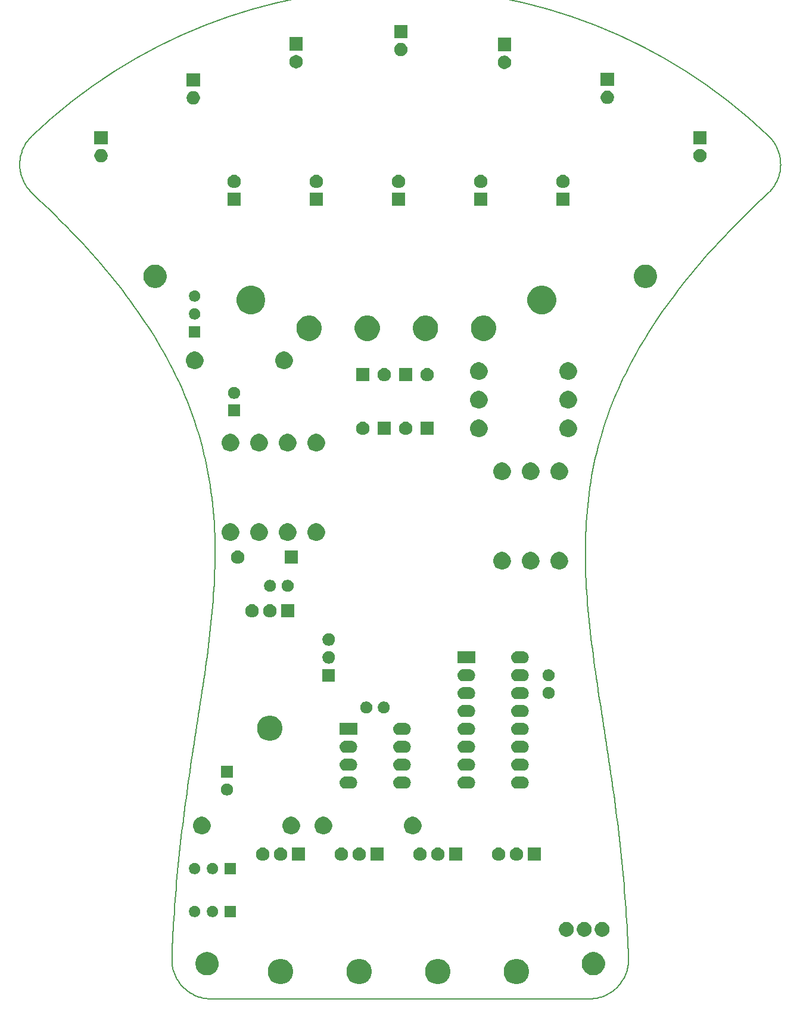
<source format=gbr>
G04 #@! TF.GenerationSoftware,KiCad,Pcbnew,(5.1.6)-1*
G04 #@! TF.CreationDate,2020-08-11T13:40:37+01:00*
G04 #@! TF.ProjectId,controller,636f6e74-726f-46c6-9c65-722e6b696361,rev?*
G04 #@! TF.SameCoordinates,Original*
G04 #@! TF.FileFunction,Soldermask,Top*
G04 #@! TF.FilePolarity,Negative*
%FSLAX46Y46*%
G04 Gerber Fmt 4.6, Leading zero omitted, Abs format (unit mm)*
G04 Created by KiCad (PCBNEW (5.1.6)-1) date 2020-08-11 13:40:37*
%MOMM*%
%LPD*%
G01*
G04 APERTURE LIST*
G04 #@! TA.AperFunction,Profile*
%ADD10C,0.200000*%
G04 #@! TD*
%ADD11C,0.100000*%
G04 APERTURE END LIST*
D10*
X145686549Y-63057868D02*
X145720763Y-62831959D01*
X145720763Y-62831959D02*
X145745701Y-62604626D01*
X145745701Y-62604626D02*
X145761358Y-62376319D01*
X145761358Y-62376319D02*
X145767730Y-62147490D01*
X145767730Y-62147490D02*
X145764815Y-61918591D01*
X145764815Y-61918591D02*
X145752610Y-61690074D01*
X145752610Y-61690074D02*
X145731109Y-61462390D01*
X145731109Y-61462390D02*
X145700312Y-61235991D01*
X62255540Y-145188824D02*
X62142623Y-145934420D01*
X62142623Y-145934420D02*
X62030322Y-146682999D01*
X62030322Y-146682999D02*
X61918730Y-147434623D01*
X61918730Y-147434623D02*
X61807944Y-148189359D01*
X61807944Y-148189359D02*
X61698058Y-148947271D01*
X61698058Y-148947271D02*
X61589167Y-149708424D01*
X61589167Y-149708424D02*
X61481368Y-150472882D01*
X61481368Y-150472882D02*
X61374755Y-151240711D01*
X61374755Y-151240711D02*
X61269423Y-152011975D01*
X61269423Y-152011975D02*
X61165468Y-152786739D01*
X61165468Y-152786739D02*
X61062985Y-153565068D01*
X61062985Y-153565068D02*
X60962069Y-154347027D01*
X60962069Y-154347027D02*
X60862816Y-155132681D01*
X60862816Y-155132681D02*
X60765320Y-155922094D01*
X60765320Y-155922094D02*
X60669677Y-156715331D01*
X60669677Y-156715331D02*
X60575983Y-157512457D01*
X60575983Y-157512457D02*
X60484331Y-158313537D01*
X60484331Y-158313537D02*
X60394819Y-159118636D01*
X60394819Y-159118636D02*
X60307540Y-159927818D01*
X60307540Y-159927818D02*
X60222591Y-160741148D01*
X60222591Y-160741148D02*
X60140066Y-161558692D01*
X60140066Y-161558692D02*
X60060060Y-162380514D01*
X60060060Y-162380514D02*
X59982670Y-163206678D01*
X59982670Y-163206678D02*
X59907989Y-164037251D01*
X59907989Y-164037251D02*
X59836115Y-164872295D01*
X59836115Y-164872295D02*
X59767140Y-165711877D01*
X59767140Y-165711877D02*
X59701162Y-166556061D01*
X59701162Y-166556061D02*
X59638275Y-167404912D01*
X59638275Y-167404912D02*
X59578574Y-168258494D01*
X59578574Y-168258494D02*
X59522155Y-169116873D01*
X59522155Y-169116873D02*
X59469113Y-169980114D01*
X59469113Y-169980114D02*
X59419543Y-170848281D01*
X39356251Y-58051339D02*
G75*
G02*
X144031637Y-58051339I52337693J-54916904D01*
G01*
X59463003Y-176542790D02*
X59530561Y-176757145D01*
X59530561Y-176757145D02*
X59606786Y-176968792D01*
X59606786Y-176968792D02*
X59691491Y-177177341D01*
X59691491Y-177177341D02*
X59784492Y-177382404D01*
X59784492Y-177382404D02*
X59885601Y-177583593D01*
X59885601Y-177583593D02*
X59994634Y-177780519D01*
X59994634Y-177780519D02*
X60111406Y-177972794D01*
X60111406Y-177972794D02*
X60235731Y-178160030D01*
X59419543Y-170848281D02*
X59406402Y-171090143D01*
X59406402Y-171090143D02*
X59393521Y-171332387D01*
X59393521Y-171332387D02*
X59380898Y-171575013D01*
X59380898Y-171575013D02*
X59368535Y-171818022D01*
X59368535Y-171818022D02*
X59356434Y-172061415D01*
X59356434Y-172061415D02*
X59344594Y-172305191D01*
X59344594Y-172305191D02*
X59333017Y-172549353D01*
X59333017Y-172549353D02*
X59321704Y-172793901D01*
X59321704Y-172793901D02*
X59310656Y-173038836D01*
X59310656Y-173038836D02*
X59299873Y-173284158D01*
X59299873Y-173284158D02*
X59289356Y-173529867D01*
X59289356Y-173529867D02*
X59279107Y-173775966D01*
X59279107Y-173775966D02*
X59269127Y-174022454D01*
X59269127Y-174022454D02*
X59259416Y-174269333D01*
X59259416Y-174269333D02*
X59249974Y-174516603D01*
X59249974Y-174516603D02*
X59240805Y-174764265D01*
X123924885Y-176542790D02*
X123983687Y-176325871D01*
X123983687Y-176325871D02*
X124033731Y-176106560D01*
X124033731Y-176106560D02*
X124074964Y-175885282D01*
X124074964Y-175885282D02*
X124107331Y-175662462D01*
X124107331Y-175662462D02*
X124130780Y-175438525D01*
X124130780Y-175438525D02*
X124145257Y-175213896D01*
X124145257Y-175213896D02*
X124150709Y-174989001D01*
X124150709Y-174989001D02*
X124147083Y-174764265D01*
X39417939Y-66216946D02*
X40264668Y-67006040D01*
X40264668Y-67006040D02*
X41094945Y-67792281D01*
X41094945Y-67792281D02*
X41908874Y-68575709D01*
X41908874Y-68575709D02*
X42706561Y-69356363D01*
X42706561Y-69356363D02*
X43488112Y-70134280D01*
X43488112Y-70134280D02*
X44253633Y-70909501D01*
X44253633Y-70909501D02*
X45003229Y-71682063D01*
X45003229Y-71682063D02*
X45737007Y-72452007D01*
X45737007Y-72452007D02*
X46455072Y-73219371D01*
X46455072Y-73219371D02*
X47157531Y-73984193D01*
X47157531Y-73984193D02*
X47844487Y-74746513D01*
X47844487Y-74746513D02*
X48516049Y-75506371D01*
X48516049Y-75506371D02*
X49172321Y-76263803D01*
X49172321Y-76263803D02*
X49813409Y-77018851D01*
X49813409Y-77018851D02*
X50439420Y-77771552D01*
X50439420Y-77771552D02*
X51050458Y-78521946D01*
X51050458Y-78521946D02*
X51646630Y-79270071D01*
X51646630Y-79270071D02*
X52228041Y-80015966D01*
X52228041Y-80015966D02*
X52794798Y-80759671D01*
X52794798Y-80759671D02*
X53347006Y-81501224D01*
X53347006Y-81501224D02*
X53884771Y-82240664D01*
X53884771Y-82240664D02*
X54408198Y-82978030D01*
X54408198Y-82978030D02*
X54917394Y-83713362D01*
X54917394Y-83713362D02*
X55412464Y-84446698D01*
X55412464Y-84446698D02*
X55893515Y-85178076D01*
X55893515Y-85178076D02*
X56360651Y-85907536D01*
X56360651Y-85907536D02*
X56813979Y-86635118D01*
X56813979Y-86635118D02*
X57253605Y-87360859D01*
X57253605Y-87360859D02*
X57679634Y-88084798D01*
X57679634Y-88084798D02*
X58092172Y-88806976D01*
X58092172Y-88806976D02*
X58491326Y-89527430D01*
X58491326Y-89527430D02*
X58877200Y-90246200D01*
X121908070Y-179450288D02*
X122085182Y-179311923D01*
X122085182Y-179311923D02*
X122256719Y-179166392D01*
X122256719Y-179166392D02*
X122422382Y-179014003D01*
X122422382Y-179014003D02*
X122581874Y-178855067D01*
X122581874Y-178855067D02*
X122734896Y-178689892D01*
X122734896Y-178689892D02*
X122881149Y-178518788D01*
X122881149Y-178518788D02*
X123020335Y-178342064D01*
X123020335Y-178342064D02*
X123152157Y-178160030D01*
X118550799Y-180568242D02*
X118775518Y-180563680D01*
X118775518Y-180563680D02*
X119000066Y-180550040D01*
X119000066Y-180550040D02*
X119224018Y-180527390D01*
X119224018Y-180527390D02*
X119446952Y-180495800D01*
X119446952Y-180495800D02*
X119668445Y-180455338D01*
X119668445Y-180455338D02*
X119888074Y-180406074D01*
X119888074Y-180406074D02*
X120105417Y-180348074D01*
X120105417Y-180348074D02*
X120320050Y-180281410D01*
X61479818Y-179450288D02*
X61662400Y-179581349D01*
X61662400Y-179581349D02*
X61850294Y-179705047D01*
X61850294Y-179705047D02*
X62043118Y-179821181D01*
X62043118Y-179821181D02*
X62240490Y-179929551D01*
X62240490Y-179929551D02*
X62442030Y-180029959D01*
X62442030Y-180029959D02*
X62647355Y-180122204D01*
X62647355Y-180122204D02*
X62856085Y-180206088D01*
X62856085Y-180206088D02*
X63067838Y-180281410D01*
X65354190Y-119223991D02*
X65329556Y-120019837D01*
X65329556Y-120019837D02*
X65297695Y-120815483D01*
X65297695Y-120815483D02*
X65258866Y-121611048D01*
X65258866Y-121611048D02*
X65213323Y-122406652D01*
X65213323Y-122406652D02*
X65161325Y-123202416D01*
X65161325Y-123202416D02*
X65103128Y-123998461D01*
X65103128Y-123998461D02*
X65038989Y-124794906D01*
X65038989Y-124794906D02*
X64969164Y-125591874D01*
X64969164Y-125591874D02*
X64893911Y-126389483D01*
X64893911Y-126389483D02*
X64813486Y-127187855D01*
X64813486Y-127187855D02*
X64728146Y-127987109D01*
X64728146Y-127987109D02*
X64638148Y-128787368D01*
X64638148Y-128787368D02*
X64543750Y-129588750D01*
X64543750Y-129588750D02*
X64445206Y-130391377D01*
X64445206Y-130391377D02*
X64342776Y-131195368D01*
X64342776Y-131195368D02*
X64236715Y-132000846D01*
X64236715Y-132000846D02*
X64127279Y-132807929D01*
X64127279Y-132807929D02*
X64014727Y-133616738D01*
X64014727Y-133616738D02*
X63899315Y-134427395D01*
X63899315Y-134427395D02*
X63781299Y-135240018D01*
X63781299Y-135240018D02*
X63660937Y-136054730D01*
X63660937Y-136054730D02*
X63538485Y-136871650D01*
X63538485Y-136871650D02*
X63414201Y-137690900D01*
X63414201Y-137690900D02*
X63288340Y-138512598D01*
X63288340Y-138512598D02*
X63161160Y-139336867D01*
X63161160Y-139336867D02*
X63032918Y-140163825D01*
X63032918Y-140163825D02*
X62903871Y-140993595D01*
X62903871Y-140993595D02*
X62774274Y-141826296D01*
X62774274Y-141826296D02*
X62644386Y-142662049D01*
X62644386Y-142662049D02*
X62514463Y-143500974D01*
X62514463Y-143500974D02*
X62384762Y-144343192D01*
X62384762Y-144343192D02*
X62255540Y-145188824D01*
X122138302Y-95298900D02*
X122437237Y-94586586D01*
X122437237Y-94586586D02*
X122748557Y-93872817D01*
X122748557Y-93872817D02*
X123072389Y-93157555D01*
X123072389Y-93157555D02*
X123408857Y-92440760D01*
X123408857Y-92440760D02*
X123758089Y-91722391D01*
X123758089Y-91722391D02*
X124120210Y-91002411D01*
X124120210Y-91002411D02*
X124495346Y-90280778D01*
X124495346Y-90280778D02*
X124883623Y-89557455D01*
X124883623Y-89557455D02*
X125285168Y-88832400D01*
X125285168Y-88832400D02*
X125700106Y-88105575D01*
X125700106Y-88105575D02*
X126128564Y-87376940D01*
X126128564Y-87376940D02*
X126570668Y-86646456D01*
X126570668Y-86646456D02*
X127026543Y-85914083D01*
X127026543Y-85914083D02*
X127496316Y-85179782D01*
X127496316Y-85179782D02*
X127980112Y-84443512D01*
X127980112Y-84443512D02*
X128478059Y-83705235D01*
X128478059Y-83705235D02*
X128990281Y-82964912D01*
X128990281Y-82964912D02*
X129516906Y-82222502D01*
X129516906Y-82222502D02*
X130058058Y-81477966D01*
X130058058Y-81477966D02*
X130613865Y-80731264D01*
X130613865Y-80731264D02*
X131184451Y-79982358D01*
X131184451Y-79982358D02*
X131769944Y-79231207D01*
X131769944Y-79231207D02*
X132370470Y-78477772D01*
X132370470Y-78477772D02*
X132986153Y-77722014D01*
X132986153Y-77722014D02*
X133617121Y-76963893D01*
X133617121Y-76963893D02*
X134263499Y-76203369D01*
X134263499Y-76203369D02*
X134925414Y-75440404D01*
X134925414Y-75440404D02*
X135602992Y-74674957D01*
X135602992Y-74674957D02*
X136296358Y-73906989D01*
X136296358Y-73906989D02*
X137005639Y-73136460D01*
X137005639Y-73136460D02*
X137730961Y-72363332D01*
X137730961Y-72363332D02*
X138472450Y-71587564D01*
X120320050Y-180281410D02*
X120531802Y-180206088D01*
X120531802Y-180206088D02*
X120740532Y-180122204D01*
X120740532Y-180122204D02*
X120945857Y-180029959D01*
X120945857Y-180029959D02*
X121147397Y-179929551D01*
X121147397Y-179929551D02*
X121344769Y-179821181D01*
X121344769Y-179821181D02*
X121537593Y-179705047D01*
X121537593Y-179705047D02*
X121725487Y-179581349D01*
X121725487Y-179581349D02*
X121908070Y-179450288D01*
X118155210Y-122056872D02*
X118110681Y-121235843D01*
X118110681Y-121235843D02*
X118073652Y-120414529D01*
X118073652Y-120414529D02*
X118044463Y-119592862D01*
X118044463Y-119592862D02*
X118023454Y-118770772D01*
X118023454Y-118770772D02*
X118010966Y-117948190D01*
X118010966Y-117948190D02*
X118007338Y-117125045D01*
X118007338Y-117125045D02*
X118012911Y-116301270D01*
X118012911Y-116301270D02*
X118028026Y-115476794D01*
X118028026Y-115476794D02*
X118053024Y-114651548D01*
X118053024Y-114651548D02*
X118088243Y-113825463D01*
X118088243Y-113825463D02*
X118134026Y-112998469D01*
X118134026Y-112998469D02*
X118190711Y-112170498D01*
X118190711Y-112170498D02*
X118258640Y-111341479D01*
X118258640Y-111341479D02*
X118338154Y-110511343D01*
X118338154Y-110511343D02*
X118429591Y-109680022D01*
X118429591Y-109680022D02*
X118533294Y-108847445D01*
X118533294Y-108847445D02*
X118649601Y-108013544D01*
X118649601Y-108013544D02*
X118778854Y-107178248D01*
X118778854Y-107178248D02*
X118921393Y-106341489D01*
X118921393Y-106341489D02*
X119077559Y-105503198D01*
X119077559Y-105503198D02*
X119247691Y-104663304D01*
X119247691Y-104663304D02*
X119432130Y-103821739D01*
X119432130Y-103821739D02*
X119631217Y-102978433D01*
X119631217Y-102978433D02*
X119845292Y-102133317D01*
X119845292Y-102133317D02*
X120074695Y-101286321D01*
X120074695Y-101286321D02*
X120319767Y-100437376D01*
X120319767Y-100437376D02*
X120580847Y-99586414D01*
X120580847Y-99586414D02*
X120858278Y-98733363D01*
X120858278Y-98733363D02*
X121152398Y-97878156D01*
X121152398Y-97878156D02*
X121463548Y-97020723D01*
X121463548Y-97020723D02*
X121792069Y-96160994D01*
X121792069Y-96160994D02*
X122138302Y-95298900D01*
X37701339Y-63057868D02*
X37744850Y-63282172D01*
X37744850Y-63282172D02*
X37797579Y-63504710D01*
X37797579Y-63504710D02*
X37859378Y-63725054D01*
X37859378Y-63725054D02*
X37930099Y-63942778D01*
X37930099Y-63942778D02*
X38009593Y-64157454D01*
X38009593Y-64157454D02*
X38097711Y-64368654D01*
X38097711Y-64368654D02*
X38194305Y-64575952D01*
X38194305Y-64575952D02*
X38299226Y-64778921D01*
X121633344Y-148544940D02*
X121505377Y-147674690D01*
X121505377Y-147674690D02*
X121376138Y-146808436D01*
X121376138Y-146808436D02*
X121245879Y-145946053D01*
X121245879Y-145946053D02*
X121114852Y-145087416D01*
X121114852Y-145087416D02*
X120983307Y-144232398D01*
X120983307Y-144232398D02*
X120851497Y-143380875D01*
X120851497Y-143380875D02*
X120719672Y-142532721D01*
X120719672Y-142532721D02*
X120588085Y-141687811D01*
X120588085Y-141687811D02*
X120456988Y-140846018D01*
X120456988Y-140846018D02*
X120326630Y-140007218D01*
X120326630Y-140007218D02*
X120197265Y-139171286D01*
X120197265Y-139171286D02*
X120069143Y-138338095D01*
X120069143Y-138338095D02*
X119942516Y-137507520D01*
X119942516Y-137507520D02*
X119817636Y-136679437D01*
X119817636Y-136679437D02*
X119694754Y-135853719D01*
X119694754Y-135853719D02*
X119574122Y-135030241D01*
X119574122Y-135030241D02*
X119455991Y-134208877D01*
X119455991Y-134208877D02*
X119340613Y-133389503D01*
X119340613Y-133389503D02*
X119228239Y-132571992D01*
X119228239Y-132571992D02*
X119119121Y-131756219D01*
X119119121Y-131756219D02*
X119013510Y-130942060D01*
X119013510Y-130942060D02*
X118911658Y-130129387D01*
X118911658Y-130129387D02*
X118813816Y-129318077D01*
X118813816Y-129318077D02*
X118720236Y-128508003D01*
X118720236Y-128508003D02*
X118631170Y-127699040D01*
X118631170Y-127699040D02*
X118546868Y-126891063D01*
X118546868Y-126891063D02*
X118467583Y-126083946D01*
X118467583Y-126083946D02*
X118393566Y-125277563D01*
X118393566Y-125277563D02*
X118325069Y-124471790D01*
X118325069Y-124471790D02*
X118262343Y-123666501D01*
X118262343Y-123666501D02*
X118205639Y-122861570D01*
X118205639Y-122861570D02*
X118155210Y-122056872D01*
X59240805Y-174764265D02*
X59237178Y-174989001D01*
X59237178Y-174989001D02*
X59242630Y-175213896D01*
X59242630Y-175213896D02*
X59257107Y-175438525D01*
X59257107Y-175438525D02*
X59280556Y-175662462D01*
X59280556Y-175662462D02*
X59312923Y-175885282D01*
X59312923Y-175885282D02*
X59354156Y-176106560D01*
X59354156Y-176106560D02*
X59404200Y-176325871D01*
X59404200Y-176325871D02*
X59463003Y-176542790D01*
X39356251Y-58051339D02*
X39194128Y-58212362D01*
X39194128Y-58212362D02*
X39038611Y-58380054D01*
X39038611Y-58380054D02*
X38889970Y-58554055D01*
X38889970Y-58554055D02*
X38748477Y-58734004D01*
X38748477Y-58734004D02*
X38614401Y-58919543D01*
X38614401Y-58919543D02*
X38488014Y-59110312D01*
X38488014Y-59110312D02*
X38369587Y-59305951D01*
X38369587Y-59305951D02*
X38259391Y-59506101D01*
X138472450Y-71587564D02*
X138632794Y-71421659D01*
X138632794Y-71421659D02*
X138793871Y-71255632D01*
X138793871Y-71255632D02*
X138955681Y-71089485D01*
X138955681Y-71089485D02*
X139118226Y-70923215D01*
X139118226Y-70923215D02*
X139281505Y-70756822D01*
X139281505Y-70756822D02*
X139445519Y-70590308D01*
X139445519Y-70590308D02*
X139610269Y-70423670D01*
X139610269Y-70423670D02*
X139775755Y-70256909D01*
X139775755Y-70256909D02*
X139941979Y-70090025D01*
X139941979Y-70090025D02*
X140108940Y-69923017D01*
X140108940Y-69923017D02*
X140276639Y-69755885D01*
X140276639Y-69755885D02*
X140445077Y-69588629D01*
X140445077Y-69588629D02*
X140614255Y-69421248D01*
X140614255Y-69421248D02*
X140784173Y-69253742D01*
X140784173Y-69253742D02*
X140954831Y-69086111D01*
X140954831Y-69086111D02*
X141126231Y-68918355D01*
X141126231Y-68918355D02*
X141298373Y-68750472D01*
X141298373Y-68750472D02*
X141471258Y-68582464D01*
X141471258Y-68582464D02*
X141644885Y-68414329D01*
X141644885Y-68414329D02*
X141819256Y-68246068D01*
X141819256Y-68246068D02*
X141994372Y-68077680D01*
X141994372Y-68077680D02*
X142170233Y-67909164D01*
X142170233Y-67909164D02*
X142346839Y-67740521D01*
X142346839Y-67740521D02*
X142524191Y-67571750D01*
X142524191Y-67571750D02*
X142702291Y-67402851D01*
X142702291Y-67402851D02*
X142881137Y-67233823D01*
X142881137Y-67233823D02*
X143060732Y-67064667D01*
X143060732Y-67064667D02*
X143241076Y-66895382D01*
X143241076Y-66895382D02*
X143422168Y-66725968D01*
X143422168Y-66725968D02*
X143604011Y-66556424D01*
X143604011Y-66556424D02*
X143786604Y-66386750D01*
X143786604Y-66386750D02*
X143969949Y-66216946D01*
X38299226Y-64778921D02*
X38412433Y-64977383D01*
X38412433Y-64977383D02*
X38533802Y-65171210D01*
X38533802Y-65171210D02*
X38663057Y-65360048D01*
X38663057Y-65360048D02*
X38799920Y-65543540D01*
X38799920Y-65543540D02*
X38944116Y-65721331D01*
X38944116Y-65721331D02*
X39095369Y-65893066D01*
X39095369Y-65893066D02*
X39253402Y-66058390D01*
X39253402Y-66058390D02*
X39417939Y-66216946D01*
X123152157Y-178160030D02*
X123276481Y-177972794D01*
X123276481Y-177972794D02*
X123393253Y-177780519D01*
X123393253Y-177780519D02*
X123502286Y-177583593D01*
X123502286Y-177583593D02*
X123603396Y-177382404D01*
X123603396Y-177382404D02*
X123696396Y-177177341D01*
X123696396Y-177177341D02*
X123781101Y-176968792D01*
X123781101Y-176968792D02*
X123857326Y-176757145D01*
X123857326Y-176757145D02*
X123924885Y-176542790D01*
X145700312Y-61235991D02*
X145660194Y-61011054D01*
X145660194Y-61011054D02*
X145610833Y-60787745D01*
X145610833Y-60787745D02*
X145552370Y-60566492D01*
X145552370Y-60566492D02*
X145484947Y-60347725D01*
X145484947Y-60347725D02*
X145408706Y-60131872D01*
X145408706Y-60131872D02*
X145323789Y-59919365D01*
X145323789Y-59919365D02*
X145230339Y-59710631D01*
X145230339Y-59710631D02*
X145128497Y-59506101D01*
X143969949Y-66216946D02*
X144134485Y-66058390D01*
X144134485Y-66058390D02*
X144292518Y-65893066D01*
X144292518Y-65893066D02*
X144443771Y-65721331D01*
X144443771Y-65721331D02*
X144587967Y-65543540D01*
X144587967Y-65543540D02*
X144724830Y-65360048D01*
X144724830Y-65360048D02*
X144854085Y-65171210D01*
X144854085Y-65171210D02*
X144975454Y-64977383D01*
X144975454Y-64977383D02*
X145088662Y-64778921D01*
X124147083Y-174764265D02*
X124112697Y-173874737D01*
X124112697Y-173874737D02*
X124074630Y-172990324D01*
X124074630Y-172990324D02*
X124032963Y-172110969D01*
X124032963Y-172110969D02*
X123987780Y-171236612D01*
X123987780Y-171236612D02*
X123939164Y-170367193D01*
X123939164Y-170367193D02*
X123887199Y-169502656D01*
X123887199Y-169502656D02*
X123831968Y-168642939D01*
X123831968Y-168642939D02*
X123773554Y-167787986D01*
X123773554Y-167787986D02*
X123712041Y-166937736D01*
X123712041Y-166937736D02*
X123647511Y-166092131D01*
X123647511Y-166092131D02*
X123580048Y-165251113D01*
X123580048Y-165251113D02*
X123509736Y-164414622D01*
X123509736Y-164414622D02*
X123436658Y-163582599D01*
X123436658Y-163582599D02*
X123360896Y-162754986D01*
X123360896Y-162754986D02*
X123282535Y-161931724D01*
X123282535Y-161931724D02*
X123201657Y-161112754D01*
X123201657Y-161112754D02*
X123118346Y-160298017D01*
X123118346Y-160298017D02*
X123032685Y-159487455D01*
X123032685Y-159487455D02*
X122944758Y-158681008D01*
X122944758Y-158681008D02*
X122854647Y-157878617D01*
X122854647Y-157878617D02*
X122762437Y-157080225D01*
X122762437Y-157080225D02*
X122668209Y-156285771D01*
X122668209Y-156285771D02*
X122572049Y-155495198D01*
X122572049Y-155495198D02*
X122474038Y-154708446D01*
X122474038Y-154708446D02*
X122374260Y-153925457D01*
X122374260Y-153925457D02*
X122272799Y-153146171D01*
X122272799Y-153146171D02*
X122169738Y-152370530D01*
X122169738Y-152370530D02*
X122065160Y-151598475D01*
X122065160Y-151598475D02*
X121959148Y-150829948D01*
X121959148Y-150829948D02*
X121851786Y-150064888D01*
X121851786Y-150064888D02*
X121743156Y-149303239D01*
X121743156Y-149303239D02*
X121633344Y-148544940D01*
X145128497Y-59506101D02*
X145018300Y-59305951D01*
X145018300Y-59305951D02*
X144899873Y-59110312D01*
X144899873Y-59110312D02*
X144773486Y-58919543D01*
X144773486Y-58919543D02*
X144639410Y-58734004D01*
X144639410Y-58734004D02*
X144497917Y-58554055D01*
X144497917Y-58554055D02*
X144349276Y-58380054D01*
X144349276Y-58380054D02*
X144193759Y-58212362D01*
X144193759Y-58212362D02*
X144031637Y-58051339D01*
X38259391Y-59506101D02*
X38157548Y-59710631D01*
X38157548Y-59710631D02*
X38064098Y-59919365D01*
X38064098Y-59919365D02*
X37979181Y-60131872D01*
X37979181Y-60131872D02*
X37902940Y-60347725D01*
X37902940Y-60347725D02*
X37835517Y-60566492D01*
X37835517Y-60566492D02*
X37777054Y-60787745D01*
X37777054Y-60787745D02*
X37727693Y-61011054D01*
X37727693Y-61011054D02*
X37687576Y-61235991D01*
X37687576Y-61235991D02*
X37656778Y-61462390D01*
X37656778Y-61462390D02*
X37635277Y-61690074D01*
X37635277Y-61690074D02*
X37623072Y-61918591D01*
X37623072Y-61918591D02*
X37620157Y-62147490D01*
X37620157Y-62147490D02*
X37626529Y-62376319D01*
X37626529Y-62376319D02*
X37642186Y-62604626D01*
X37642186Y-62604626D02*
X37667124Y-62831959D01*
X37667124Y-62831959D02*
X37701339Y-63057868D01*
X64837089Y-180568242D02*
X118550799Y-180568242D01*
X63067838Y-180281410D02*
X63282470Y-180348074D01*
X63282470Y-180348074D02*
X63499813Y-180406074D01*
X63499813Y-180406074D02*
X63719442Y-180455338D01*
X63719442Y-180455338D02*
X63940935Y-180495800D01*
X63940935Y-180495800D02*
X64163869Y-180527390D01*
X64163869Y-180527390D02*
X64387821Y-180550040D01*
X64387821Y-180550040D02*
X64612369Y-180563680D01*
X64612369Y-180563680D02*
X64837089Y-180568242D01*
X145088662Y-64778921D02*
X145193582Y-64575952D01*
X145193582Y-64575952D02*
X145290176Y-64368654D01*
X145290176Y-64368654D02*
X145378294Y-64157454D01*
X145378294Y-64157454D02*
X145457788Y-63942778D01*
X145457788Y-63942778D02*
X145528509Y-63725054D01*
X145528509Y-63725054D02*
X145590308Y-63504710D01*
X145590308Y-63504710D02*
X145643037Y-63282172D01*
X145643037Y-63282172D02*
X145686549Y-63057868D01*
X60235731Y-178160030D02*
X60367552Y-178342064D01*
X60367552Y-178342064D02*
X60506738Y-178518788D01*
X60506738Y-178518788D02*
X60652991Y-178689892D01*
X60652991Y-178689892D02*
X60806013Y-178855067D01*
X60806013Y-178855067D02*
X60965505Y-179014003D01*
X60965505Y-179014003D02*
X61131168Y-179166392D01*
X61131168Y-179166392D02*
X61302705Y-179311923D01*
X61302705Y-179311923D02*
X61479818Y-179450288D01*
X58877200Y-90246200D02*
X59363340Y-91186366D01*
X59363340Y-91186366D02*
X59827105Y-92123562D01*
X59827105Y-92123562D02*
X60268902Y-93057862D01*
X60268902Y-93057862D02*
X60689138Y-93989339D01*
X60689138Y-93989339D02*
X61088220Y-94918068D01*
X61088220Y-94918068D02*
X61466555Y-95844122D01*
X61466555Y-95844122D02*
X61824550Y-96767574D01*
X61824550Y-96767574D02*
X62162611Y-97688498D01*
X62162611Y-97688498D02*
X62481146Y-98606969D01*
X62481146Y-98606969D02*
X62780562Y-99523059D01*
X62780562Y-99523059D02*
X63061265Y-100436842D01*
X63061265Y-100436842D02*
X63323663Y-101348392D01*
X63323663Y-101348392D02*
X63568162Y-102257784D01*
X63568162Y-102257784D02*
X63795170Y-103165090D01*
X63795170Y-103165090D02*
X64005093Y-104070384D01*
X64005093Y-104070384D02*
X64198339Y-104973739D01*
X64198339Y-104973739D02*
X64375314Y-105875231D01*
X64375314Y-105875231D02*
X64536425Y-106774932D01*
X64536425Y-106774932D02*
X64682080Y-107672915D01*
X64682080Y-107672915D02*
X64812684Y-108569256D01*
X64812684Y-108569256D02*
X64928646Y-109464027D01*
X64928646Y-109464027D02*
X65030372Y-110357301D01*
X65030372Y-110357301D02*
X65118269Y-111249154D01*
X65118269Y-111249154D02*
X65192744Y-112139658D01*
X65192744Y-112139658D02*
X65254205Y-113028888D01*
X65254205Y-113028888D02*
X65303057Y-113916916D01*
X65303057Y-113916916D02*
X65339708Y-114803817D01*
X65339708Y-114803817D02*
X65364564Y-115689664D01*
X65364564Y-115689664D02*
X65378034Y-116574532D01*
X65378034Y-116574532D02*
X65380524Y-117458493D01*
X65380524Y-117458493D02*
X65372440Y-118341621D01*
X65372440Y-118341621D02*
X65354190Y-119223991D01*
D11*
G36*
X108729331Y-174948211D02*
G01*
X109057092Y-175083974D01*
X109352070Y-175281072D01*
X109602928Y-175531930D01*
X109800026Y-175826908D01*
X109935789Y-176154669D01*
X110005000Y-176502616D01*
X110005000Y-176857384D01*
X109935789Y-177205331D01*
X109800026Y-177533092D01*
X109602928Y-177828070D01*
X109352070Y-178078928D01*
X109057092Y-178276026D01*
X108729331Y-178411789D01*
X108381384Y-178481000D01*
X108026616Y-178481000D01*
X107678669Y-178411789D01*
X107350908Y-178276026D01*
X107055930Y-178078928D01*
X106805072Y-177828070D01*
X106607974Y-177533092D01*
X106472211Y-177205331D01*
X106403000Y-176857384D01*
X106403000Y-176502616D01*
X106472211Y-176154669D01*
X106607974Y-175826908D01*
X106805072Y-175531930D01*
X107055930Y-175281072D01*
X107350908Y-175083974D01*
X107678669Y-174948211D01*
X108026616Y-174879000D01*
X108381384Y-174879000D01*
X108729331Y-174948211D01*
G37*
G36*
X97553331Y-174948211D02*
G01*
X97881092Y-175083974D01*
X98176070Y-175281072D01*
X98426928Y-175531930D01*
X98624026Y-175826908D01*
X98759789Y-176154669D01*
X98829000Y-176502616D01*
X98829000Y-176857384D01*
X98759789Y-177205331D01*
X98624026Y-177533092D01*
X98426928Y-177828070D01*
X98176070Y-178078928D01*
X97881092Y-178276026D01*
X97553331Y-178411789D01*
X97205384Y-178481000D01*
X96850616Y-178481000D01*
X96502669Y-178411789D01*
X96174908Y-178276026D01*
X95879930Y-178078928D01*
X95629072Y-177828070D01*
X95431974Y-177533092D01*
X95296211Y-177205331D01*
X95227000Y-176857384D01*
X95227000Y-176502616D01*
X95296211Y-176154669D01*
X95431974Y-175826908D01*
X95629072Y-175531930D01*
X95879930Y-175281072D01*
X96174908Y-175083974D01*
X96502669Y-174948211D01*
X96850616Y-174879000D01*
X97205384Y-174879000D01*
X97553331Y-174948211D01*
G37*
G36*
X86377331Y-174948211D02*
G01*
X86705092Y-175083974D01*
X87000070Y-175281072D01*
X87250928Y-175531930D01*
X87448026Y-175826908D01*
X87583789Y-176154669D01*
X87653000Y-176502616D01*
X87653000Y-176857384D01*
X87583789Y-177205331D01*
X87448026Y-177533092D01*
X87250928Y-177828070D01*
X87000070Y-178078928D01*
X86705092Y-178276026D01*
X86377331Y-178411789D01*
X86029384Y-178481000D01*
X85674616Y-178481000D01*
X85326669Y-178411789D01*
X84998908Y-178276026D01*
X84703930Y-178078928D01*
X84453072Y-177828070D01*
X84255974Y-177533092D01*
X84120211Y-177205331D01*
X84051000Y-176857384D01*
X84051000Y-176502616D01*
X84120211Y-176154669D01*
X84255974Y-175826908D01*
X84453072Y-175531930D01*
X84703930Y-175281072D01*
X84998908Y-175083974D01*
X85326669Y-174948211D01*
X85674616Y-174879000D01*
X86029384Y-174879000D01*
X86377331Y-174948211D01*
G37*
G36*
X75201331Y-174948211D02*
G01*
X75529092Y-175083974D01*
X75824070Y-175281072D01*
X76074928Y-175531930D01*
X76272026Y-175826908D01*
X76407789Y-176154669D01*
X76477000Y-176502616D01*
X76477000Y-176857384D01*
X76407789Y-177205331D01*
X76272026Y-177533092D01*
X76074928Y-177828070D01*
X75824070Y-178078928D01*
X75529092Y-178276026D01*
X75201331Y-178411789D01*
X74853384Y-178481000D01*
X74498616Y-178481000D01*
X74150669Y-178411789D01*
X73822908Y-178276026D01*
X73527930Y-178078928D01*
X73277072Y-177828070D01*
X73079974Y-177533092D01*
X72944211Y-177205331D01*
X72875000Y-176857384D01*
X72875000Y-176502616D01*
X72944211Y-176154669D01*
X73079974Y-175826908D01*
X73277072Y-175531930D01*
X73527930Y-175281072D01*
X73822908Y-175083974D01*
X74150669Y-174948211D01*
X74498616Y-174879000D01*
X74853384Y-174879000D01*
X75201331Y-174948211D01*
G37*
G36*
X119526656Y-173956098D02*
G01*
X119632979Y-173977247D01*
X119933442Y-174101703D01*
X120203851Y-174282385D01*
X120433815Y-174512349D01*
X120433816Y-174512351D01*
X120614498Y-174782760D01*
X120738953Y-175083222D01*
X120802400Y-175402189D01*
X120802400Y-175727411D01*
X120760102Y-175940056D01*
X120738953Y-176046379D01*
X120614497Y-176346842D01*
X120433815Y-176617251D01*
X120203851Y-176847215D01*
X119933442Y-177027897D01*
X119632979Y-177152353D01*
X119526656Y-177173502D01*
X119314011Y-177215800D01*
X118988789Y-177215800D01*
X118776144Y-177173502D01*
X118669821Y-177152353D01*
X118369358Y-177027897D01*
X118098949Y-176847215D01*
X117868985Y-176617251D01*
X117688303Y-176346842D01*
X117563847Y-176046379D01*
X117542698Y-175940056D01*
X117500400Y-175727411D01*
X117500400Y-175402189D01*
X117563847Y-175083222D01*
X117688302Y-174782760D01*
X117868984Y-174512351D01*
X117868985Y-174512349D01*
X118098949Y-174282385D01*
X118369358Y-174101703D01*
X118669821Y-173977247D01*
X118776144Y-173956098D01*
X118988789Y-173913800D01*
X119314011Y-173913800D01*
X119526656Y-173956098D01*
G37*
G36*
X64611856Y-173956098D02*
G01*
X64718179Y-173977247D01*
X65018642Y-174101703D01*
X65289051Y-174282385D01*
X65519015Y-174512349D01*
X65519016Y-174512351D01*
X65699698Y-174782760D01*
X65824153Y-175083222D01*
X65887600Y-175402189D01*
X65887600Y-175727411D01*
X65845302Y-175940056D01*
X65824153Y-176046379D01*
X65699697Y-176346842D01*
X65519015Y-176617251D01*
X65289051Y-176847215D01*
X65018642Y-177027897D01*
X64718179Y-177152353D01*
X64611856Y-177173502D01*
X64399211Y-177215800D01*
X64073989Y-177215800D01*
X63861344Y-177173502D01*
X63755021Y-177152353D01*
X63454558Y-177027897D01*
X63184149Y-176847215D01*
X62954185Y-176617251D01*
X62773503Y-176346842D01*
X62649047Y-176046379D01*
X62627898Y-175940056D01*
X62585600Y-175727411D01*
X62585600Y-175402189D01*
X62649047Y-175083222D01*
X62773502Y-174782760D01*
X62954184Y-174512351D01*
X62954185Y-174512349D01*
X63184149Y-174282385D01*
X63454558Y-174101703D01*
X63755021Y-173977247D01*
X63861344Y-173956098D01*
X64073989Y-173913800D01*
X64399211Y-173913800D01*
X64611856Y-173956098D01*
G37*
G36*
X118162564Y-169677389D02*
G01*
X118353833Y-169756615D01*
X118353835Y-169756616D01*
X118525973Y-169871635D01*
X118672365Y-170018027D01*
X118787385Y-170190167D01*
X118866611Y-170381436D01*
X118907000Y-170584484D01*
X118907000Y-170791516D01*
X118866611Y-170994564D01*
X118787385Y-171185833D01*
X118787384Y-171185835D01*
X118672365Y-171357973D01*
X118525973Y-171504365D01*
X118353835Y-171619384D01*
X118353834Y-171619385D01*
X118353833Y-171619385D01*
X118162564Y-171698611D01*
X117959516Y-171739000D01*
X117752484Y-171739000D01*
X117549436Y-171698611D01*
X117358167Y-171619385D01*
X117358166Y-171619385D01*
X117358165Y-171619384D01*
X117186027Y-171504365D01*
X117039635Y-171357973D01*
X116924616Y-171185835D01*
X116924615Y-171185833D01*
X116845389Y-170994564D01*
X116805000Y-170791516D01*
X116805000Y-170584484D01*
X116845389Y-170381436D01*
X116924615Y-170190167D01*
X117039635Y-170018027D01*
X117186027Y-169871635D01*
X117358165Y-169756616D01*
X117358167Y-169756615D01*
X117549436Y-169677389D01*
X117752484Y-169637000D01*
X117959516Y-169637000D01*
X118162564Y-169677389D01*
G37*
G36*
X115622564Y-169677389D02*
G01*
X115813833Y-169756615D01*
X115813835Y-169756616D01*
X115985973Y-169871635D01*
X116132365Y-170018027D01*
X116247385Y-170190167D01*
X116326611Y-170381436D01*
X116367000Y-170584484D01*
X116367000Y-170791516D01*
X116326611Y-170994564D01*
X116247385Y-171185833D01*
X116247384Y-171185835D01*
X116132365Y-171357973D01*
X115985973Y-171504365D01*
X115813835Y-171619384D01*
X115813834Y-171619385D01*
X115813833Y-171619385D01*
X115622564Y-171698611D01*
X115419516Y-171739000D01*
X115212484Y-171739000D01*
X115009436Y-171698611D01*
X114818167Y-171619385D01*
X114818166Y-171619385D01*
X114818165Y-171619384D01*
X114646027Y-171504365D01*
X114499635Y-171357973D01*
X114384616Y-171185835D01*
X114384615Y-171185833D01*
X114305389Y-170994564D01*
X114265000Y-170791516D01*
X114265000Y-170584484D01*
X114305389Y-170381436D01*
X114384615Y-170190167D01*
X114499635Y-170018027D01*
X114646027Y-169871635D01*
X114818165Y-169756616D01*
X114818167Y-169756615D01*
X115009436Y-169677389D01*
X115212484Y-169637000D01*
X115419516Y-169637000D01*
X115622564Y-169677389D01*
G37*
G36*
X120702564Y-169677389D02*
G01*
X120893833Y-169756615D01*
X120893835Y-169756616D01*
X121065973Y-169871635D01*
X121212365Y-170018027D01*
X121327385Y-170190167D01*
X121406611Y-170381436D01*
X121447000Y-170584484D01*
X121447000Y-170791516D01*
X121406611Y-170994564D01*
X121327385Y-171185833D01*
X121327384Y-171185835D01*
X121212365Y-171357973D01*
X121065973Y-171504365D01*
X120893835Y-171619384D01*
X120893834Y-171619385D01*
X120893833Y-171619385D01*
X120702564Y-171698611D01*
X120499516Y-171739000D01*
X120292484Y-171739000D01*
X120089436Y-171698611D01*
X119898167Y-171619385D01*
X119898166Y-171619385D01*
X119898165Y-171619384D01*
X119726027Y-171504365D01*
X119579635Y-171357973D01*
X119464616Y-171185835D01*
X119464615Y-171185833D01*
X119385389Y-170994564D01*
X119345000Y-170791516D01*
X119345000Y-170584484D01*
X119385389Y-170381436D01*
X119464615Y-170190167D01*
X119579635Y-170018027D01*
X119726027Y-169871635D01*
X119898165Y-169756616D01*
X119898167Y-169756615D01*
X120089436Y-169677389D01*
X120292484Y-169637000D01*
X120499516Y-169637000D01*
X120702564Y-169677389D01*
G37*
G36*
X68375000Y-168959000D02*
G01*
X66753000Y-168959000D01*
X66753000Y-167337000D01*
X68375000Y-167337000D01*
X68375000Y-168959000D01*
G37*
G36*
X65260560Y-167368166D02*
G01*
X65408153Y-167429301D01*
X65540982Y-167518055D01*
X65653945Y-167631018D01*
X65742699Y-167763847D01*
X65803834Y-167911440D01*
X65835000Y-168068123D01*
X65835000Y-168227877D01*
X65803834Y-168384560D01*
X65742699Y-168532153D01*
X65653945Y-168664982D01*
X65540982Y-168777945D01*
X65408153Y-168866699D01*
X65408152Y-168866700D01*
X65408151Y-168866700D01*
X65260560Y-168927834D01*
X65103878Y-168959000D01*
X64944122Y-168959000D01*
X64787440Y-168927834D01*
X64639849Y-168866700D01*
X64639848Y-168866700D01*
X64639847Y-168866699D01*
X64507018Y-168777945D01*
X64394055Y-168664982D01*
X64305301Y-168532153D01*
X64244166Y-168384560D01*
X64213000Y-168227877D01*
X64213000Y-168068123D01*
X64244166Y-167911440D01*
X64305301Y-167763847D01*
X64394055Y-167631018D01*
X64507018Y-167518055D01*
X64639847Y-167429301D01*
X64787440Y-167368166D01*
X64944122Y-167337000D01*
X65103878Y-167337000D01*
X65260560Y-167368166D01*
G37*
G36*
X62720560Y-167368166D02*
G01*
X62868153Y-167429301D01*
X63000982Y-167518055D01*
X63113945Y-167631018D01*
X63202699Y-167763847D01*
X63263834Y-167911440D01*
X63295000Y-168068123D01*
X63295000Y-168227877D01*
X63263834Y-168384560D01*
X63202699Y-168532153D01*
X63113945Y-168664982D01*
X63000982Y-168777945D01*
X62868153Y-168866699D01*
X62868152Y-168866700D01*
X62868151Y-168866700D01*
X62720560Y-168927834D01*
X62563878Y-168959000D01*
X62404122Y-168959000D01*
X62247440Y-168927834D01*
X62099849Y-168866700D01*
X62099848Y-168866700D01*
X62099847Y-168866699D01*
X61967018Y-168777945D01*
X61854055Y-168664982D01*
X61765301Y-168532153D01*
X61704166Y-168384560D01*
X61673000Y-168227877D01*
X61673000Y-168068123D01*
X61704166Y-167911440D01*
X61765301Y-167763847D01*
X61854055Y-167631018D01*
X61967018Y-167518055D01*
X62099847Y-167429301D01*
X62247440Y-167368166D01*
X62404122Y-167337000D01*
X62563878Y-167337000D01*
X62720560Y-167368166D01*
G37*
G36*
X68375000Y-162863000D02*
G01*
X66753000Y-162863000D01*
X66753000Y-161241000D01*
X68375000Y-161241000D01*
X68375000Y-162863000D01*
G37*
G36*
X62720560Y-161272166D02*
G01*
X62868153Y-161333301D01*
X63000982Y-161422055D01*
X63113945Y-161535018D01*
X63202699Y-161667847D01*
X63263834Y-161815440D01*
X63295000Y-161972123D01*
X63295000Y-162131877D01*
X63263834Y-162288560D01*
X63202699Y-162436153D01*
X63113945Y-162568982D01*
X63000982Y-162681945D01*
X62868153Y-162770699D01*
X62868152Y-162770700D01*
X62868151Y-162770700D01*
X62720560Y-162831834D01*
X62563878Y-162863000D01*
X62404122Y-162863000D01*
X62247440Y-162831834D01*
X62099849Y-162770700D01*
X62099848Y-162770700D01*
X62099847Y-162770699D01*
X61967018Y-162681945D01*
X61854055Y-162568982D01*
X61765301Y-162436153D01*
X61704166Y-162288560D01*
X61673000Y-162131877D01*
X61673000Y-161972123D01*
X61704166Y-161815440D01*
X61765301Y-161667847D01*
X61854055Y-161535018D01*
X61967018Y-161422055D01*
X62099847Y-161333301D01*
X62247440Y-161272166D01*
X62404122Y-161241000D01*
X62563878Y-161241000D01*
X62720560Y-161272166D01*
G37*
G36*
X65260560Y-161272166D02*
G01*
X65408153Y-161333301D01*
X65540982Y-161422055D01*
X65653945Y-161535018D01*
X65742699Y-161667847D01*
X65803834Y-161815440D01*
X65835000Y-161972123D01*
X65835000Y-162131877D01*
X65803834Y-162288560D01*
X65742699Y-162436153D01*
X65653945Y-162568982D01*
X65540982Y-162681945D01*
X65408153Y-162770699D01*
X65408152Y-162770700D01*
X65408151Y-162770700D01*
X65260560Y-162831834D01*
X65103878Y-162863000D01*
X64944122Y-162863000D01*
X64787440Y-162831834D01*
X64639849Y-162770700D01*
X64639848Y-162770700D01*
X64639847Y-162770699D01*
X64507018Y-162681945D01*
X64394055Y-162568982D01*
X64305301Y-162436153D01*
X64244166Y-162288560D01*
X64213000Y-162131877D01*
X64213000Y-161972123D01*
X64244166Y-161815440D01*
X64305301Y-161667847D01*
X64394055Y-161535018D01*
X64507018Y-161422055D01*
X64639847Y-161333301D01*
X64787440Y-161272166D01*
X64944122Y-161241000D01*
X65103878Y-161241000D01*
X65260560Y-161272166D01*
G37*
G36*
X108481395Y-159105546D02*
G01*
X108654466Y-159177234D01*
X108654467Y-159177235D01*
X108810227Y-159281310D01*
X108942690Y-159413773D01*
X108942691Y-159413775D01*
X109046766Y-159569534D01*
X109118454Y-159742605D01*
X109155000Y-159926333D01*
X109155000Y-160113667D01*
X109118454Y-160297395D01*
X109046766Y-160470466D01*
X109046765Y-160470467D01*
X108942690Y-160626227D01*
X108810227Y-160758690D01*
X108731818Y-160811081D01*
X108654466Y-160862766D01*
X108481395Y-160934454D01*
X108297667Y-160971000D01*
X108110333Y-160971000D01*
X107926605Y-160934454D01*
X107753534Y-160862766D01*
X107676182Y-160811081D01*
X107597773Y-160758690D01*
X107465310Y-160626227D01*
X107361235Y-160470467D01*
X107361234Y-160470466D01*
X107289546Y-160297395D01*
X107253000Y-160113667D01*
X107253000Y-159926333D01*
X107289546Y-159742605D01*
X107361234Y-159569534D01*
X107465309Y-159413775D01*
X107465310Y-159413773D01*
X107597773Y-159281310D01*
X107753533Y-159177235D01*
X107753534Y-159177234D01*
X107926605Y-159105546D01*
X108110333Y-159069000D01*
X108297667Y-159069000D01*
X108481395Y-159105546D01*
G37*
G36*
X86129395Y-159105546D02*
G01*
X86302466Y-159177234D01*
X86302467Y-159177235D01*
X86458227Y-159281310D01*
X86590690Y-159413773D01*
X86590691Y-159413775D01*
X86694766Y-159569534D01*
X86766454Y-159742605D01*
X86803000Y-159926333D01*
X86803000Y-160113667D01*
X86766454Y-160297395D01*
X86694766Y-160470466D01*
X86694765Y-160470467D01*
X86590690Y-160626227D01*
X86458227Y-160758690D01*
X86379818Y-160811081D01*
X86302466Y-160862766D01*
X86129395Y-160934454D01*
X85945667Y-160971000D01*
X85758333Y-160971000D01*
X85574605Y-160934454D01*
X85401534Y-160862766D01*
X85324182Y-160811081D01*
X85245773Y-160758690D01*
X85113310Y-160626227D01*
X85009235Y-160470467D01*
X85009234Y-160470466D01*
X84937546Y-160297395D01*
X84901000Y-160113667D01*
X84901000Y-159926333D01*
X84937546Y-159742605D01*
X85009234Y-159569534D01*
X85113309Y-159413775D01*
X85113310Y-159413773D01*
X85245773Y-159281310D01*
X85401533Y-159177235D01*
X85401534Y-159177234D01*
X85574605Y-159105546D01*
X85758333Y-159069000D01*
X85945667Y-159069000D01*
X86129395Y-159105546D01*
G37*
G36*
X100519000Y-160971000D02*
G01*
X98617000Y-160971000D01*
X98617000Y-159069000D01*
X100519000Y-159069000D01*
X100519000Y-160971000D01*
G37*
G36*
X97305395Y-159105546D02*
G01*
X97478466Y-159177234D01*
X97478467Y-159177235D01*
X97634227Y-159281310D01*
X97766690Y-159413773D01*
X97766691Y-159413775D01*
X97870766Y-159569534D01*
X97942454Y-159742605D01*
X97979000Y-159926333D01*
X97979000Y-160113667D01*
X97942454Y-160297395D01*
X97870766Y-160470466D01*
X97870765Y-160470467D01*
X97766690Y-160626227D01*
X97634227Y-160758690D01*
X97555818Y-160811081D01*
X97478466Y-160862766D01*
X97305395Y-160934454D01*
X97121667Y-160971000D01*
X96934333Y-160971000D01*
X96750605Y-160934454D01*
X96577534Y-160862766D01*
X96500182Y-160811081D01*
X96421773Y-160758690D01*
X96289310Y-160626227D01*
X96185235Y-160470467D01*
X96185234Y-160470466D01*
X96113546Y-160297395D01*
X96077000Y-160113667D01*
X96077000Y-159926333D01*
X96113546Y-159742605D01*
X96185234Y-159569534D01*
X96289309Y-159413775D01*
X96289310Y-159413773D01*
X96421773Y-159281310D01*
X96577533Y-159177235D01*
X96577534Y-159177234D01*
X96750605Y-159105546D01*
X96934333Y-159069000D01*
X97121667Y-159069000D01*
X97305395Y-159105546D01*
G37*
G36*
X94765395Y-159105546D02*
G01*
X94938466Y-159177234D01*
X94938467Y-159177235D01*
X95094227Y-159281310D01*
X95226690Y-159413773D01*
X95226691Y-159413775D01*
X95330766Y-159569534D01*
X95402454Y-159742605D01*
X95439000Y-159926333D01*
X95439000Y-160113667D01*
X95402454Y-160297395D01*
X95330766Y-160470466D01*
X95330765Y-160470467D01*
X95226690Y-160626227D01*
X95094227Y-160758690D01*
X95015818Y-160811081D01*
X94938466Y-160862766D01*
X94765395Y-160934454D01*
X94581667Y-160971000D01*
X94394333Y-160971000D01*
X94210605Y-160934454D01*
X94037534Y-160862766D01*
X93960182Y-160811081D01*
X93881773Y-160758690D01*
X93749310Y-160626227D01*
X93645235Y-160470467D01*
X93645234Y-160470466D01*
X93573546Y-160297395D01*
X93537000Y-160113667D01*
X93537000Y-159926333D01*
X93573546Y-159742605D01*
X93645234Y-159569534D01*
X93749309Y-159413775D01*
X93749310Y-159413773D01*
X93881773Y-159281310D01*
X94037533Y-159177235D01*
X94037534Y-159177234D01*
X94210605Y-159105546D01*
X94394333Y-159069000D01*
X94581667Y-159069000D01*
X94765395Y-159105546D01*
G37*
G36*
X111695000Y-160971000D02*
G01*
X109793000Y-160971000D01*
X109793000Y-159069000D01*
X111695000Y-159069000D01*
X111695000Y-160971000D01*
G37*
G36*
X105941395Y-159105546D02*
G01*
X106114466Y-159177234D01*
X106114467Y-159177235D01*
X106270227Y-159281310D01*
X106402690Y-159413773D01*
X106402691Y-159413775D01*
X106506766Y-159569534D01*
X106578454Y-159742605D01*
X106615000Y-159926333D01*
X106615000Y-160113667D01*
X106578454Y-160297395D01*
X106506766Y-160470466D01*
X106506765Y-160470467D01*
X106402690Y-160626227D01*
X106270227Y-160758690D01*
X106191818Y-160811081D01*
X106114466Y-160862766D01*
X105941395Y-160934454D01*
X105757667Y-160971000D01*
X105570333Y-160971000D01*
X105386605Y-160934454D01*
X105213534Y-160862766D01*
X105136182Y-160811081D01*
X105057773Y-160758690D01*
X104925310Y-160626227D01*
X104821235Y-160470467D01*
X104821234Y-160470466D01*
X104749546Y-160297395D01*
X104713000Y-160113667D01*
X104713000Y-159926333D01*
X104749546Y-159742605D01*
X104821234Y-159569534D01*
X104925309Y-159413775D01*
X104925310Y-159413773D01*
X105057773Y-159281310D01*
X105213533Y-159177235D01*
X105213534Y-159177234D01*
X105386605Y-159105546D01*
X105570333Y-159069000D01*
X105757667Y-159069000D01*
X105941395Y-159105546D01*
G37*
G36*
X72413395Y-159105546D02*
G01*
X72586466Y-159177234D01*
X72586467Y-159177235D01*
X72742227Y-159281310D01*
X72874690Y-159413773D01*
X72874691Y-159413775D01*
X72978766Y-159569534D01*
X73050454Y-159742605D01*
X73087000Y-159926333D01*
X73087000Y-160113667D01*
X73050454Y-160297395D01*
X72978766Y-160470466D01*
X72978765Y-160470467D01*
X72874690Y-160626227D01*
X72742227Y-160758690D01*
X72663818Y-160811081D01*
X72586466Y-160862766D01*
X72413395Y-160934454D01*
X72229667Y-160971000D01*
X72042333Y-160971000D01*
X71858605Y-160934454D01*
X71685534Y-160862766D01*
X71608182Y-160811081D01*
X71529773Y-160758690D01*
X71397310Y-160626227D01*
X71293235Y-160470467D01*
X71293234Y-160470466D01*
X71221546Y-160297395D01*
X71185000Y-160113667D01*
X71185000Y-159926333D01*
X71221546Y-159742605D01*
X71293234Y-159569534D01*
X71397309Y-159413775D01*
X71397310Y-159413773D01*
X71529773Y-159281310D01*
X71685533Y-159177235D01*
X71685534Y-159177234D01*
X71858605Y-159105546D01*
X72042333Y-159069000D01*
X72229667Y-159069000D01*
X72413395Y-159105546D01*
G37*
G36*
X89343000Y-160971000D02*
G01*
X87441000Y-160971000D01*
X87441000Y-159069000D01*
X89343000Y-159069000D01*
X89343000Y-160971000D01*
G37*
G36*
X78167000Y-160971000D02*
G01*
X76265000Y-160971000D01*
X76265000Y-159069000D01*
X78167000Y-159069000D01*
X78167000Y-160971000D01*
G37*
G36*
X83589395Y-159105546D02*
G01*
X83762466Y-159177234D01*
X83762467Y-159177235D01*
X83918227Y-159281310D01*
X84050690Y-159413773D01*
X84050691Y-159413775D01*
X84154766Y-159569534D01*
X84226454Y-159742605D01*
X84263000Y-159926333D01*
X84263000Y-160113667D01*
X84226454Y-160297395D01*
X84154766Y-160470466D01*
X84154765Y-160470467D01*
X84050690Y-160626227D01*
X83918227Y-160758690D01*
X83839818Y-160811081D01*
X83762466Y-160862766D01*
X83589395Y-160934454D01*
X83405667Y-160971000D01*
X83218333Y-160971000D01*
X83034605Y-160934454D01*
X82861534Y-160862766D01*
X82784182Y-160811081D01*
X82705773Y-160758690D01*
X82573310Y-160626227D01*
X82469235Y-160470467D01*
X82469234Y-160470466D01*
X82397546Y-160297395D01*
X82361000Y-160113667D01*
X82361000Y-159926333D01*
X82397546Y-159742605D01*
X82469234Y-159569534D01*
X82573309Y-159413775D01*
X82573310Y-159413773D01*
X82705773Y-159281310D01*
X82861533Y-159177235D01*
X82861534Y-159177234D01*
X83034605Y-159105546D01*
X83218333Y-159069000D01*
X83405667Y-159069000D01*
X83589395Y-159105546D01*
G37*
G36*
X74953395Y-159105546D02*
G01*
X75126466Y-159177234D01*
X75126467Y-159177235D01*
X75282227Y-159281310D01*
X75414690Y-159413773D01*
X75414691Y-159413775D01*
X75518766Y-159569534D01*
X75590454Y-159742605D01*
X75627000Y-159926333D01*
X75627000Y-160113667D01*
X75590454Y-160297395D01*
X75518766Y-160470466D01*
X75518765Y-160470467D01*
X75414690Y-160626227D01*
X75282227Y-160758690D01*
X75203818Y-160811081D01*
X75126466Y-160862766D01*
X74953395Y-160934454D01*
X74769667Y-160971000D01*
X74582333Y-160971000D01*
X74398605Y-160934454D01*
X74225534Y-160862766D01*
X74148182Y-160811081D01*
X74069773Y-160758690D01*
X73937310Y-160626227D01*
X73833235Y-160470467D01*
X73833234Y-160470466D01*
X73761546Y-160297395D01*
X73725000Y-160113667D01*
X73725000Y-159926333D01*
X73761546Y-159742605D01*
X73833234Y-159569534D01*
X73937309Y-159413775D01*
X73937310Y-159413773D01*
X74069773Y-159281310D01*
X74225533Y-159177235D01*
X74225534Y-159177234D01*
X74398605Y-159105546D01*
X74582333Y-159069000D01*
X74769667Y-159069000D01*
X74953395Y-159105546D01*
G37*
G36*
X63864903Y-154753075D02*
G01*
X64092571Y-154847378D01*
X64297466Y-154984285D01*
X64471715Y-155158534D01*
X64608622Y-155363429D01*
X64702925Y-155591097D01*
X64751000Y-155832787D01*
X64751000Y-156079213D01*
X64702925Y-156320903D01*
X64608622Y-156548571D01*
X64471715Y-156753466D01*
X64297466Y-156927715D01*
X64092571Y-157064622D01*
X64092570Y-157064623D01*
X64092569Y-157064623D01*
X63864903Y-157158925D01*
X63623214Y-157207000D01*
X63376786Y-157207000D01*
X63135097Y-157158925D01*
X62907431Y-157064623D01*
X62907430Y-157064623D01*
X62907429Y-157064622D01*
X62702534Y-156927715D01*
X62528285Y-156753466D01*
X62391378Y-156548571D01*
X62297075Y-156320903D01*
X62249000Y-156079213D01*
X62249000Y-155832787D01*
X62297075Y-155591097D01*
X62391378Y-155363429D01*
X62528285Y-155158534D01*
X62702534Y-154984285D01*
X62907429Y-154847378D01*
X63135097Y-154753075D01*
X63376786Y-154705000D01*
X63623214Y-154705000D01*
X63864903Y-154753075D01*
G37*
G36*
X76564903Y-154753075D02*
G01*
X76792571Y-154847378D01*
X76997466Y-154984285D01*
X77171715Y-155158534D01*
X77308622Y-155363429D01*
X77402925Y-155591097D01*
X77451000Y-155832787D01*
X77451000Y-156079213D01*
X77402925Y-156320903D01*
X77308622Y-156548571D01*
X77171715Y-156753466D01*
X76997466Y-156927715D01*
X76792571Y-157064622D01*
X76792570Y-157064623D01*
X76792569Y-157064623D01*
X76564903Y-157158925D01*
X76323214Y-157207000D01*
X76076786Y-157207000D01*
X75835097Y-157158925D01*
X75607431Y-157064623D01*
X75607430Y-157064623D01*
X75607429Y-157064622D01*
X75402534Y-156927715D01*
X75228285Y-156753466D01*
X75091378Y-156548571D01*
X74997075Y-156320903D01*
X74949000Y-156079213D01*
X74949000Y-155832787D01*
X74997075Y-155591097D01*
X75091378Y-155363429D01*
X75228285Y-155158534D01*
X75402534Y-154984285D01*
X75607429Y-154847378D01*
X75835097Y-154753075D01*
X76076786Y-154705000D01*
X76323214Y-154705000D01*
X76564903Y-154753075D01*
G37*
G36*
X81136903Y-154753075D02*
G01*
X81364571Y-154847378D01*
X81569466Y-154984285D01*
X81743715Y-155158534D01*
X81880622Y-155363429D01*
X81974925Y-155591097D01*
X82023000Y-155832787D01*
X82023000Y-156079213D01*
X81974925Y-156320903D01*
X81880622Y-156548571D01*
X81743715Y-156753466D01*
X81569466Y-156927715D01*
X81364571Y-157064622D01*
X81364570Y-157064623D01*
X81364569Y-157064623D01*
X81136903Y-157158925D01*
X80895214Y-157207000D01*
X80648786Y-157207000D01*
X80407097Y-157158925D01*
X80179431Y-157064623D01*
X80179430Y-157064623D01*
X80179429Y-157064622D01*
X79974534Y-156927715D01*
X79800285Y-156753466D01*
X79663378Y-156548571D01*
X79569075Y-156320903D01*
X79521000Y-156079213D01*
X79521000Y-155832787D01*
X79569075Y-155591097D01*
X79663378Y-155363429D01*
X79800285Y-155158534D01*
X79974534Y-154984285D01*
X80179429Y-154847378D01*
X80407097Y-154753075D01*
X80648786Y-154705000D01*
X80895214Y-154705000D01*
X81136903Y-154753075D01*
G37*
G36*
X93836903Y-154753075D02*
G01*
X94064571Y-154847378D01*
X94269466Y-154984285D01*
X94443715Y-155158534D01*
X94580622Y-155363429D01*
X94674925Y-155591097D01*
X94723000Y-155832787D01*
X94723000Y-156079213D01*
X94674925Y-156320903D01*
X94580622Y-156548571D01*
X94443715Y-156753466D01*
X94269466Y-156927715D01*
X94064571Y-157064622D01*
X94064570Y-157064623D01*
X94064569Y-157064623D01*
X93836903Y-157158925D01*
X93595214Y-157207000D01*
X93348786Y-157207000D01*
X93107097Y-157158925D01*
X92879431Y-157064623D01*
X92879430Y-157064623D01*
X92879429Y-157064622D01*
X92674534Y-156927715D01*
X92500285Y-156753466D01*
X92363378Y-156548571D01*
X92269075Y-156320903D01*
X92221000Y-156079213D01*
X92221000Y-155832787D01*
X92269075Y-155591097D01*
X92363378Y-155363429D01*
X92500285Y-155158534D01*
X92674534Y-154984285D01*
X92879429Y-154847378D01*
X93107097Y-154753075D01*
X93348786Y-154705000D01*
X93595214Y-154705000D01*
X93836903Y-154753075D01*
G37*
G36*
X67304228Y-150017703D02*
G01*
X67459100Y-150081853D01*
X67598481Y-150174985D01*
X67717015Y-150293519D01*
X67810147Y-150432900D01*
X67874297Y-150587772D01*
X67907000Y-150752184D01*
X67907000Y-150919816D01*
X67874297Y-151084228D01*
X67810147Y-151239100D01*
X67717015Y-151378481D01*
X67598481Y-151497015D01*
X67459100Y-151590147D01*
X67304228Y-151654297D01*
X67139816Y-151687000D01*
X66972184Y-151687000D01*
X66807772Y-151654297D01*
X66652900Y-151590147D01*
X66513519Y-151497015D01*
X66394985Y-151378481D01*
X66301853Y-151239100D01*
X66237703Y-151084228D01*
X66205000Y-150919816D01*
X66205000Y-150752184D01*
X66237703Y-150587772D01*
X66301853Y-150432900D01*
X66394985Y-150293519D01*
X66513519Y-150174985D01*
X66652900Y-150081853D01*
X66807772Y-150017703D01*
X66972184Y-149985000D01*
X67139816Y-149985000D01*
X67304228Y-150017703D01*
G37*
G36*
X109278823Y-149021313D02*
G01*
X109439242Y-149069976D01*
X109571906Y-149140886D01*
X109587078Y-149148996D01*
X109716659Y-149255341D01*
X109823004Y-149384922D01*
X109823005Y-149384924D01*
X109902024Y-149532758D01*
X109950687Y-149693177D01*
X109967117Y-149860000D01*
X109950687Y-150026823D01*
X109902024Y-150187242D01*
X109845218Y-150293519D01*
X109823004Y-150335078D01*
X109716659Y-150464659D01*
X109587078Y-150571004D01*
X109587076Y-150571005D01*
X109439242Y-150650024D01*
X109278823Y-150698687D01*
X109153804Y-150711000D01*
X108270196Y-150711000D01*
X108145177Y-150698687D01*
X107984758Y-150650024D01*
X107836924Y-150571005D01*
X107836922Y-150571004D01*
X107707341Y-150464659D01*
X107600996Y-150335078D01*
X107578782Y-150293519D01*
X107521976Y-150187242D01*
X107473313Y-150026823D01*
X107456883Y-149860000D01*
X107473313Y-149693177D01*
X107521976Y-149532758D01*
X107600995Y-149384924D01*
X107600996Y-149384922D01*
X107707341Y-149255341D01*
X107836922Y-149148996D01*
X107852094Y-149140886D01*
X107984758Y-149069976D01*
X108145177Y-149021313D01*
X108270196Y-149009000D01*
X109153804Y-149009000D01*
X109278823Y-149021313D01*
G37*
G36*
X101658823Y-149021313D02*
G01*
X101819242Y-149069976D01*
X101951906Y-149140886D01*
X101967078Y-149148996D01*
X102096659Y-149255341D01*
X102203004Y-149384922D01*
X102203005Y-149384924D01*
X102282024Y-149532758D01*
X102330687Y-149693177D01*
X102347117Y-149860000D01*
X102330687Y-150026823D01*
X102282024Y-150187242D01*
X102225218Y-150293519D01*
X102203004Y-150335078D01*
X102096659Y-150464659D01*
X101967078Y-150571004D01*
X101967076Y-150571005D01*
X101819242Y-150650024D01*
X101658823Y-150698687D01*
X101533804Y-150711000D01*
X100650196Y-150711000D01*
X100525177Y-150698687D01*
X100364758Y-150650024D01*
X100216924Y-150571005D01*
X100216922Y-150571004D01*
X100087341Y-150464659D01*
X99980996Y-150335078D01*
X99958782Y-150293519D01*
X99901976Y-150187242D01*
X99853313Y-150026823D01*
X99836883Y-149860000D01*
X99853313Y-149693177D01*
X99901976Y-149532758D01*
X99980995Y-149384924D01*
X99980996Y-149384922D01*
X100087341Y-149255341D01*
X100216922Y-149148996D01*
X100232094Y-149140886D01*
X100364758Y-149069976D01*
X100525177Y-149021313D01*
X100650196Y-149009000D01*
X101533804Y-149009000D01*
X101658823Y-149021313D01*
G37*
G36*
X92514823Y-149021313D02*
G01*
X92675242Y-149069976D01*
X92807906Y-149140886D01*
X92823078Y-149148996D01*
X92952659Y-149255341D01*
X93059004Y-149384922D01*
X93059005Y-149384924D01*
X93138024Y-149532758D01*
X93186687Y-149693177D01*
X93203117Y-149860000D01*
X93186687Y-150026823D01*
X93138024Y-150187242D01*
X93081218Y-150293519D01*
X93059004Y-150335078D01*
X92952659Y-150464659D01*
X92823078Y-150571004D01*
X92823076Y-150571005D01*
X92675242Y-150650024D01*
X92514823Y-150698687D01*
X92389804Y-150711000D01*
X91506196Y-150711000D01*
X91381177Y-150698687D01*
X91220758Y-150650024D01*
X91072924Y-150571005D01*
X91072922Y-150571004D01*
X90943341Y-150464659D01*
X90836996Y-150335078D01*
X90814782Y-150293519D01*
X90757976Y-150187242D01*
X90709313Y-150026823D01*
X90692883Y-149860000D01*
X90709313Y-149693177D01*
X90757976Y-149532758D01*
X90836995Y-149384924D01*
X90836996Y-149384922D01*
X90943341Y-149255341D01*
X91072922Y-149148996D01*
X91088094Y-149140886D01*
X91220758Y-149069976D01*
X91381177Y-149021313D01*
X91506196Y-149009000D01*
X92389804Y-149009000D01*
X92514823Y-149021313D01*
G37*
G36*
X84894823Y-149021313D02*
G01*
X85055242Y-149069976D01*
X85187906Y-149140886D01*
X85203078Y-149148996D01*
X85332659Y-149255341D01*
X85439004Y-149384922D01*
X85439005Y-149384924D01*
X85518024Y-149532758D01*
X85566687Y-149693177D01*
X85583117Y-149860000D01*
X85566687Y-150026823D01*
X85518024Y-150187242D01*
X85461218Y-150293519D01*
X85439004Y-150335078D01*
X85332659Y-150464659D01*
X85203078Y-150571004D01*
X85203076Y-150571005D01*
X85055242Y-150650024D01*
X84894823Y-150698687D01*
X84769804Y-150711000D01*
X83886196Y-150711000D01*
X83761177Y-150698687D01*
X83600758Y-150650024D01*
X83452924Y-150571005D01*
X83452922Y-150571004D01*
X83323341Y-150464659D01*
X83216996Y-150335078D01*
X83194782Y-150293519D01*
X83137976Y-150187242D01*
X83089313Y-150026823D01*
X83072883Y-149860000D01*
X83089313Y-149693177D01*
X83137976Y-149532758D01*
X83216995Y-149384924D01*
X83216996Y-149384922D01*
X83323341Y-149255341D01*
X83452922Y-149148996D01*
X83468094Y-149140886D01*
X83600758Y-149069976D01*
X83761177Y-149021313D01*
X83886196Y-149009000D01*
X84769804Y-149009000D01*
X84894823Y-149021313D01*
G37*
G36*
X67907000Y-149187000D02*
G01*
X66205000Y-149187000D01*
X66205000Y-147485000D01*
X67907000Y-147485000D01*
X67907000Y-149187000D01*
G37*
G36*
X92514823Y-146481313D02*
G01*
X92675242Y-146529976D01*
X92807906Y-146600886D01*
X92823078Y-146608996D01*
X92952659Y-146715341D01*
X93059004Y-146844922D01*
X93059005Y-146844924D01*
X93138024Y-146992758D01*
X93186687Y-147153177D01*
X93203117Y-147320000D01*
X93186687Y-147486823D01*
X93138024Y-147647242D01*
X93067114Y-147779906D01*
X93059004Y-147795078D01*
X92952659Y-147924659D01*
X92823078Y-148031004D01*
X92823076Y-148031005D01*
X92675242Y-148110024D01*
X92514823Y-148158687D01*
X92389804Y-148171000D01*
X91506196Y-148171000D01*
X91381177Y-148158687D01*
X91220758Y-148110024D01*
X91072924Y-148031005D01*
X91072922Y-148031004D01*
X90943341Y-147924659D01*
X90836996Y-147795078D01*
X90828886Y-147779906D01*
X90757976Y-147647242D01*
X90709313Y-147486823D01*
X90692883Y-147320000D01*
X90709313Y-147153177D01*
X90757976Y-146992758D01*
X90836995Y-146844924D01*
X90836996Y-146844922D01*
X90943341Y-146715341D01*
X91072922Y-146608996D01*
X91088094Y-146600886D01*
X91220758Y-146529976D01*
X91381177Y-146481313D01*
X91506196Y-146469000D01*
X92389804Y-146469000D01*
X92514823Y-146481313D01*
G37*
G36*
X101658823Y-146481313D02*
G01*
X101819242Y-146529976D01*
X101951906Y-146600886D01*
X101967078Y-146608996D01*
X102096659Y-146715341D01*
X102203004Y-146844922D01*
X102203005Y-146844924D01*
X102282024Y-146992758D01*
X102330687Y-147153177D01*
X102347117Y-147320000D01*
X102330687Y-147486823D01*
X102282024Y-147647242D01*
X102211114Y-147779906D01*
X102203004Y-147795078D01*
X102096659Y-147924659D01*
X101967078Y-148031004D01*
X101967076Y-148031005D01*
X101819242Y-148110024D01*
X101658823Y-148158687D01*
X101533804Y-148171000D01*
X100650196Y-148171000D01*
X100525177Y-148158687D01*
X100364758Y-148110024D01*
X100216924Y-148031005D01*
X100216922Y-148031004D01*
X100087341Y-147924659D01*
X99980996Y-147795078D01*
X99972886Y-147779906D01*
X99901976Y-147647242D01*
X99853313Y-147486823D01*
X99836883Y-147320000D01*
X99853313Y-147153177D01*
X99901976Y-146992758D01*
X99980995Y-146844924D01*
X99980996Y-146844922D01*
X100087341Y-146715341D01*
X100216922Y-146608996D01*
X100232094Y-146600886D01*
X100364758Y-146529976D01*
X100525177Y-146481313D01*
X100650196Y-146469000D01*
X101533804Y-146469000D01*
X101658823Y-146481313D01*
G37*
G36*
X109278823Y-146481313D02*
G01*
X109439242Y-146529976D01*
X109571906Y-146600886D01*
X109587078Y-146608996D01*
X109716659Y-146715341D01*
X109823004Y-146844922D01*
X109823005Y-146844924D01*
X109902024Y-146992758D01*
X109950687Y-147153177D01*
X109967117Y-147320000D01*
X109950687Y-147486823D01*
X109902024Y-147647242D01*
X109831114Y-147779906D01*
X109823004Y-147795078D01*
X109716659Y-147924659D01*
X109587078Y-148031004D01*
X109587076Y-148031005D01*
X109439242Y-148110024D01*
X109278823Y-148158687D01*
X109153804Y-148171000D01*
X108270196Y-148171000D01*
X108145177Y-148158687D01*
X107984758Y-148110024D01*
X107836924Y-148031005D01*
X107836922Y-148031004D01*
X107707341Y-147924659D01*
X107600996Y-147795078D01*
X107592886Y-147779906D01*
X107521976Y-147647242D01*
X107473313Y-147486823D01*
X107456883Y-147320000D01*
X107473313Y-147153177D01*
X107521976Y-146992758D01*
X107600995Y-146844924D01*
X107600996Y-146844922D01*
X107707341Y-146715341D01*
X107836922Y-146608996D01*
X107852094Y-146600886D01*
X107984758Y-146529976D01*
X108145177Y-146481313D01*
X108270196Y-146469000D01*
X109153804Y-146469000D01*
X109278823Y-146481313D01*
G37*
G36*
X84894823Y-146481313D02*
G01*
X85055242Y-146529976D01*
X85187906Y-146600886D01*
X85203078Y-146608996D01*
X85332659Y-146715341D01*
X85439004Y-146844922D01*
X85439005Y-146844924D01*
X85518024Y-146992758D01*
X85566687Y-147153177D01*
X85583117Y-147320000D01*
X85566687Y-147486823D01*
X85518024Y-147647242D01*
X85447114Y-147779906D01*
X85439004Y-147795078D01*
X85332659Y-147924659D01*
X85203078Y-148031004D01*
X85203076Y-148031005D01*
X85055242Y-148110024D01*
X84894823Y-148158687D01*
X84769804Y-148171000D01*
X83886196Y-148171000D01*
X83761177Y-148158687D01*
X83600758Y-148110024D01*
X83452924Y-148031005D01*
X83452922Y-148031004D01*
X83323341Y-147924659D01*
X83216996Y-147795078D01*
X83208886Y-147779906D01*
X83137976Y-147647242D01*
X83089313Y-147486823D01*
X83072883Y-147320000D01*
X83089313Y-147153177D01*
X83137976Y-146992758D01*
X83216995Y-146844924D01*
X83216996Y-146844922D01*
X83323341Y-146715341D01*
X83452922Y-146608996D01*
X83468094Y-146600886D01*
X83600758Y-146529976D01*
X83761177Y-146481313D01*
X83886196Y-146469000D01*
X84769804Y-146469000D01*
X84894823Y-146481313D01*
G37*
G36*
X109278823Y-143941313D02*
G01*
X109439242Y-143989976D01*
X109571906Y-144060886D01*
X109587078Y-144068996D01*
X109716659Y-144175341D01*
X109823004Y-144304922D01*
X109823005Y-144304924D01*
X109902024Y-144452758D01*
X109950687Y-144613177D01*
X109967117Y-144780000D01*
X109950687Y-144946823D01*
X109902024Y-145107242D01*
X109831114Y-145239906D01*
X109823004Y-145255078D01*
X109716659Y-145384659D01*
X109587078Y-145491004D01*
X109587076Y-145491005D01*
X109439242Y-145570024D01*
X109278823Y-145618687D01*
X109153804Y-145631000D01*
X108270196Y-145631000D01*
X108145177Y-145618687D01*
X107984758Y-145570024D01*
X107836924Y-145491005D01*
X107836922Y-145491004D01*
X107707341Y-145384659D01*
X107600996Y-145255078D01*
X107592886Y-145239906D01*
X107521976Y-145107242D01*
X107473313Y-144946823D01*
X107456883Y-144780000D01*
X107473313Y-144613177D01*
X107521976Y-144452758D01*
X107600995Y-144304924D01*
X107600996Y-144304922D01*
X107707341Y-144175341D01*
X107836922Y-144068996D01*
X107852094Y-144060886D01*
X107984758Y-143989976D01*
X108145177Y-143941313D01*
X108270196Y-143929000D01*
X109153804Y-143929000D01*
X109278823Y-143941313D01*
G37*
G36*
X92514823Y-143941313D02*
G01*
X92675242Y-143989976D01*
X92807906Y-144060886D01*
X92823078Y-144068996D01*
X92952659Y-144175341D01*
X93059004Y-144304922D01*
X93059005Y-144304924D01*
X93138024Y-144452758D01*
X93186687Y-144613177D01*
X93203117Y-144780000D01*
X93186687Y-144946823D01*
X93138024Y-145107242D01*
X93067114Y-145239906D01*
X93059004Y-145255078D01*
X92952659Y-145384659D01*
X92823078Y-145491004D01*
X92823076Y-145491005D01*
X92675242Y-145570024D01*
X92514823Y-145618687D01*
X92389804Y-145631000D01*
X91506196Y-145631000D01*
X91381177Y-145618687D01*
X91220758Y-145570024D01*
X91072924Y-145491005D01*
X91072922Y-145491004D01*
X90943341Y-145384659D01*
X90836996Y-145255078D01*
X90828886Y-145239906D01*
X90757976Y-145107242D01*
X90709313Y-144946823D01*
X90692883Y-144780000D01*
X90709313Y-144613177D01*
X90757976Y-144452758D01*
X90836995Y-144304924D01*
X90836996Y-144304922D01*
X90943341Y-144175341D01*
X91072922Y-144068996D01*
X91088094Y-144060886D01*
X91220758Y-143989976D01*
X91381177Y-143941313D01*
X91506196Y-143929000D01*
X92389804Y-143929000D01*
X92514823Y-143941313D01*
G37*
G36*
X84894823Y-143941313D02*
G01*
X85055242Y-143989976D01*
X85187906Y-144060886D01*
X85203078Y-144068996D01*
X85332659Y-144175341D01*
X85439004Y-144304922D01*
X85439005Y-144304924D01*
X85518024Y-144452758D01*
X85566687Y-144613177D01*
X85583117Y-144780000D01*
X85566687Y-144946823D01*
X85518024Y-145107242D01*
X85447114Y-145239906D01*
X85439004Y-145255078D01*
X85332659Y-145384659D01*
X85203078Y-145491004D01*
X85203076Y-145491005D01*
X85055242Y-145570024D01*
X84894823Y-145618687D01*
X84769804Y-145631000D01*
X83886196Y-145631000D01*
X83761177Y-145618687D01*
X83600758Y-145570024D01*
X83452924Y-145491005D01*
X83452922Y-145491004D01*
X83323341Y-145384659D01*
X83216996Y-145255078D01*
X83208886Y-145239906D01*
X83137976Y-145107242D01*
X83089313Y-144946823D01*
X83072883Y-144780000D01*
X83089313Y-144613177D01*
X83137976Y-144452758D01*
X83216995Y-144304924D01*
X83216996Y-144304922D01*
X83323341Y-144175341D01*
X83452922Y-144068996D01*
X83468094Y-144060886D01*
X83600758Y-143989976D01*
X83761177Y-143941313D01*
X83886196Y-143929000D01*
X84769804Y-143929000D01*
X84894823Y-143941313D01*
G37*
G36*
X101658823Y-143941313D02*
G01*
X101819242Y-143989976D01*
X101951906Y-144060886D01*
X101967078Y-144068996D01*
X102096659Y-144175341D01*
X102203004Y-144304922D01*
X102203005Y-144304924D01*
X102282024Y-144452758D01*
X102330687Y-144613177D01*
X102347117Y-144780000D01*
X102330687Y-144946823D01*
X102282024Y-145107242D01*
X102211114Y-145239906D01*
X102203004Y-145255078D01*
X102096659Y-145384659D01*
X101967078Y-145491004D01*
X101967076Y-145491005D01*
X101819242Y-145570024D01*
X101658823Y-145618687D01*
X101533804Y-145631000D01*
X100650196Y-145631000D01*
X100525177Y-145618687D01*
X100364758Y-145570024D01*
X100216924Y-145491005D01*
X100216922Y-145491004D01*
X100087341Y-145384659D01*
X99980996Y-145255078D01*
X99972886Y-145239906D01*
X99901976Y-145107242D01*
X99853313Y-144946823D01*
X99836883Y-144780000D01*
X99853313Y-144613177D01*
X99901976Y-144452758D01*
X99980995Y-144304924D01*
X99980996Y-144304922D01*
X100087341Y-144175341D01*
X100216922Y-144068996D01*
X100232094Y-144060886D01*
X100364758Y-143989976D01*
X100525177Y-143941313D01*
X100650196Y-143929000D01*
X101533804Y-143929000D01*
X101658823Y-143941313D01*
G37*
G36*
X73677331Y-140404211D02*
G01*
X74005092Y-140539974D01*
X74300070Y-140737072D01*
X74550928Y-140987930D01*
X74748026Y-141282908D01*
X74883789Y-141610669D01*
X74953000Y-141958616D01*
X74953000Y-142313384D01*
X74883789Y-142661331D01*
X74748026Y-142989092D01*
X74550928Y-143284070D01*
X74300070Y-143534928D01*
X74005092Y-143732026D01*
X73677331Y-143867789D01*
X73329384Y-143937000D01*
X72974616Y-143937000D01*
X72626669Y-143867789D01*
X72298908Y-143732026D01*
X72003930Y-143534928D01*
X71753072Y-143284070D01*
X71555974Y-142989092D01*
X71420211Y-142661331D01*
X71351000Y-142313384D01*
X71351000Y-141958616D01*
X71420211Y-141610669D01*
X71555974Y-141282908D01*
X71753072Y-140987930D01*
X72003930Y-140737072D01*
X72298908Y-140539974D01*
X72626669Y-140404211D01*
X72974616Y-140335000D01*
X73329384Y-140335000D01*
X73677331Y-140404211D01*
G37*
G36*
X109278823Y-141401313D02*
G01*
X109439242Y-141449976D01*
X109571906Y-141520886D01*
X109587078Y-141528996D01*
X109716659Y-141635341D01*
X109823004Y-141764922D01*
X109823005Y-141764924D01*
X109902024Y-141912758D01*
X109950687Y-142073177D01*
X109967117Y-142240000D01*
X109950687Y-142406823D01*
X109902024Y-142567242D01*
X109851732Y-142661331D01*
X109823004Y-142715078D01*
X109716659Y-142844659D01*
X109587078Y-142951004D01*
X109587076Y-142951005D01*
X109439242Y-143030024D01*
X109278823Y-143078687D01*
X109153804Y-143091000D01*
X108270196Y-143091000D01*
X108145177Y-143078687D01*
X107984758Y-143030024D01*
X107836924Y-142951005D01*
X107836922Y-142951004D01*
X107707341Y-142844659D01*
X107600996Y-142715078D01*
X107572268Y-142661331D01*
X107521976Y-142567242D01*
X107473313Y-142406823D01*
X107456883Y-142240000D01*
X107473313Y-142073177D01*
X107521976Y-141912758D01*
X107600995Y-141764924D01*
X107600996Y-141764922D01*
X107707341Y-141635341D01*
X107836922Y-141528996D01*
X107852094Y-141520886D01*
X107984758Y-141449976D01*
X108145177Y-141401313D01*
X108270196Y-141389000D01*
X109153804Y-141389000D01*
X109278823Y-141401313D01*
G37*
G36*
X101658823Y-141401313D02*
G01*
X101819242Y-141449976D01*
X101951906Y-141520886D01*
X101967078Y-141528996D01*
X102096659Y-141635341D01*
X102203004Y-141764922D01*
X102203005Y-141764924D01*
X102282024Y-141912758D01*
X102330687Y-142073177D01*
X102347117Y-142240000D01*
X102330687Y-142406823D01*
X102282024Y-142567242D01*
X102231732Y-142661331D01*
X102203004Y-142715078D01*
X102096659Y-142844659D01*
X101967078Y-142951004D01*
X101967076Y-142951005D01*
X101819242Y-143030024D01*
X101658823Y-143078687D01*
X101533804Y-143091000D01*
X100650196Y-143091000D01*
X100525177Y-143078687D01*
X100364758Y-143030024D01*
X100216924Y-142951005D01*
X100216922Y-142951004D01*
X100087341Y-142844659D01*
X99980996Y-142715078D01*
X99952268Y-142661331D01*
X99901976Y-142567242D01*
X99853313Y-142406823D01*
X99836883Y-142240000D01*
X99853313Y-142073177D01*
X99901976Y-141912758D01*
X99980995Y-141764924D01*
X99980996Y-141764922D01*
X100087341Y-141635341D01*
X100216922Y-141528996D01*
X100232094Y-141520886D01*
X100364758Y-141449976D01*
X100525177Y-141401313D01*
X100650196Y-141389000D01*
X101533804Y-141389000D01*
X101658823Y-141401313D01*
G37*
G36*
X85579000Y-143091000D02*
G01*
X83077000Y-143091000D01*
X83077000Y-141389000D01*
X85579000Y-141389000D01*
X85579000Y-143091000D01*
G37*
G36*
X92514823Y-141401313D02*
G01*
X92675242Y-141449976D01*
X92807906Y-141520886D01*
X92823078Y-141528996D01*
X92952659Y-141635341D01*
X93059004Y-141764922D01*
X93059005Y-141764924D01*
X93138024Y-141912758D01*
X93186687Y-142073177D01*
X93203117Y-142240000D01*
X93186687Y-142406823D01*
X93138024Y-142567242D01*
X93087732Y-142661331D01*
X93059004Y-142715078D01*
X92952659Y-142844659D01*
X92823078Y-142951004D01*
X92823076Y-142951005D01*
X92675242Y-143030024D01*
X92514823Y-143078687D01*
X92389804Y-143091000D01*
X91506196Y-143091000D01*
X91381177Y-143078687D01*
X91220758Y-143030024D01*
X91072924Y-142951005D01*
X91072922Y-142951004D01*
X90943341Y-142844659D01*
X90836996Y-142715078D01*
X90808268Y-142661331D01*
X90757976Y-142567242D01*
X90709313Y-142406823D01*
X90692883Y-142240000D01*
X90709313Y-142073177D01*
X90757976Y-141912758D01*
X90836995Y-141764924D01*
X90836996Y-141764922D01*
X90943341Y-141635341D01*
X91072922Y-141528996D01*
X91088094Y-141520886D01*
X91220758Y-141449976D01*
X91381177Y-141401313D01*
X91506196Y-141389000D01*
X92389804Y-141389000D01*
X92514823Y-141401313D01*
G37*
G36*
X101658823Y-138861313D02*
G01*
X101819242Y-138909976D01*
X101951906Y-138980886D01*
X101967078Y-138988996D01*
X102096659Y-139095341D01*
X102203004Y-139224922D01*
X102203005Y-139224924D01*
X102282024Y-139372758D01*
X102330687Y-139533177D01*
X102347117Y-139700000D01*
X102330687Y-139866823D01*
X102282024Y-140027242D01*
X102273601Y-140043000D01*
X102203004Y-140175078D01*
X102096659Y-140304659D01*
X101967078Y-140411004D01*
X101967076Y-140411005D01*
X101819242Y-140490024D01*
X101658823Y-140538687D01*
X101533804Y-140551000D01*
X100650196Y-140551000D01*
X100525177Y-140538687D01*
X100364758Y-140490024D01*
X100216924Y-140411005D01*
X100216922Y-140411004D01*
X100087341Y-140304659D01*
X99980996Y-140175078D01*
X99910399Y-140043000D01*
X99901976Y-140027242D01*
X99853313Y-139866823D01*
X99836883Y-139700000D01*
X99853313Y-139533177D01*
X99901976Y-139372758D01*
X99980995Y-139224924D01*
X99980996Y-139224922D01*
X100087341Y-139095341D01*
X100216922Y-138988996D01*
X100232094Y-138980886D01*
X100364758Y-138909976D01*
X100525177Y-138861313D01*
X100650196Y-138849000D01*
X101533804Y-138849000D01*
X101658823Y-138861313D01*
G37*
G36*
X109278823Y-138861313D02*
G01*
X109439242Y-138909976D01*
X109571906Y-138980886D01*
X109587078Y-138988996D01*
X109716659Y-139095341D01*
X109823004Y-139224922D01*
X109823005Y-139224924D01*
X109902024Y-139372758D01*
X109950687Y-139533177D01*
X109967117Y-139700000D01*
X109950687Y-139866823D01*
X109902024Y-140027242D01*
X109893601Y-140043000D01*
X109823004Y-140175078D01*
X109716659Y-140304659D01*
X109587078Y-140411004D01*
X109587076Y-140411005D01*
X109439242Y-140490024D01*
X109278823Y-140538687D01*
X109153804Y-140551000D01*
X108270196Y-140551000D01*
X108145177Y-140538687D01*
X107984758Y-140490024D01*
X107836924Y-140411005D01*
X107836922Y-140411004D01*
X107707341Y-140304659D01*
X107600996Y-140175078D01*
X107530399Y-140043000D01*
X107521976Y-140027242D01*
X107473313Y-139866823D01*
X107456883Y-139700000D01*
X107473313Y-139533177D01*
X107521976Y-139372758D01*
X107600995Y-139224924D01*
X107600996Y-139224922D01*
X107707341Y-139095341D01*
X107836922Y-138988996D01*
X107852094Y-138980886D01*
X107984758Y-138909976D01*
X108145177Y-138861313D01*
X108270196Y-138849000D01*
X109153804Y-138849000D01*
X109278823Y-138861313D01*
G37*
G36*
X87116228Y-138373703D02*
G01*
X87271100Y-138437853D01*
X87410481Y-138530985D01*
X87529015Y-138649519D01*
X87622147Y-138788900D01*
X87686297Y-138943772D01*
X87719000Y-139108184D01*
X87719000Y-139275816D01*
X87686297Y-139440228D01*
X87622147Y-139595100D01*
X87529015Y-139734481D01*
X87410481Y-139853015D01*
X87271100Y-139946147D01*
X87116228Y-140010297D01*
X86951816Y-140043000D01*
X86784184Y-140043000D01*
X86619772Y-140010297D01*
X86464900Y-139946147D01*
X86325519Y-139853015D01*
X86206985Y-139734481D01*
X86113853Y-139595100D01*
X86049703Y-139440228D01*
X86017000Y-139275816D01*
X86017000Y-139108184D01*
X86049703Y-138943772D01*
X86113853Y-138788900D01*
X86206985Y-138649519D01*
X86325519Y-138530985D01*
X86464900Y-138437853D01*
X86619772Y-138373703D01*
X86784184Y-138341000D01*
X86951816Y-138341000D01*
X87116228Y-138373703D01*
G37*
G36*
X89616228Y-138373703D02*
G01*
X89771100Y-138437853D01*
X89910481Y-138530985D01*
X90029015Y-138649519D01*
X90122147Y-138788900D01*
X90186297Y-138943772D01*
X90219000Y-139108184D01*
X90219000Y-139275816D01*
X90186297Y-139440228D01*
X90122147Y-139595100D01*
X90029015Y-139734481D01*
X89910481Y-139853015D01*
X89771100Y-139946147D01*
X89616228Y-140010297D01*
X89451816Y-140043000D01*
X89284184Y-140043000D01*
X89119772Y-140010297D01*
X88964900Y-139946147D01*
X88825519Y-139853015D01*
X88706985Y-139734481D01*
X88613853Y-139595100D01*
X88549703Y-139440228D01*
X88517000Y-139275816D01*
X88517000Y-139108184D01*
X88549703Y-138943772D01*
X88613853Y-138788900D01*
X88706985Y-138649519D01*
X88825519Y-138530985D01*
X88964900Y-138437853D01*
X89119772Y-138373703D01*
X89284184Y-138341000D01*
X89451816Y-138341000D01*
X89616228Y-138373703D01*
G37*
G36*
X109278823Y-136321313D02*
G01*
X109409380Y-136360917D01*
X109425651Y-136365853D01*
X109439242Y-136369976D01*
X109571906Y-136440886D01*
X109587078Y-136448996D01*
X109716659Y-136555341D01*
X109823004Y-136684922D01*
X109823005Y-136684924D01*
X109902024Y-136832758D01*
X109950687Y-136993177D01*
X109967117Y-137160000D01*
X109950687Y-137326823D01*
X109902024Y-137487242D01*
X109882859Y-137523097D01*
X109823004Y-137635078D01*
X109716659Y-137764659D01*
X109587078Y-137871004D01*
X109587076Y-137871005D01*
X109439242Y-137950024D01*
X109278823Y-137998687D01*
X109153804Y-138011000D01*
X108270196Y-138011000D01*
X108145177Y-137998687D01*
X107984758Y-137950024D01*
X107836924Y-137871005D01*
X107836922Y-137871004D01*
X107707341Y-137764659D01*
X107600996Y-137635078D01*
X107541141Y-137523097D01*
X107521976Y-137487242D01*
X107473313Y-137326823D01*
X107456883Y-137160000D01*
X107473313Y-136993177D01*
X107521976Y-136832758D01*
X107600995Y-136684924D01*
X107600996Y-136684922D01*
X107707341Y-136555341D01*
X107836922Y-136448996D01*
X107852094Y-136440886D01*
X107984758Y-136369976D01*
X107998350Y-136365853D01*
X108014620Y-136360917D01*
X108145177Y-136321313D01*
X108270196Y-136309000D01*
X109153804Y-136309000D01*
X109278823Y-136321313D01*
G37*
G36*
X101658823Y-136321313D02*
G01*
X101789380Y-136360917D01*
X101805651Y-136365853D01*
X101819242Y-136369976D01*
X101951906Y-136440886D01*
X101967078Y-136448996D01*
X102096659Y-136555341D01*
X102203004Y-136684922D01*
X102203005Y-136684924D01*
X102282024Y-136832758D01*
X102330687Y-136993177D01*
X102347117Y-137160000D01*
X102330687Y-137326823D01*
X102282024Y-137487242D01*
X102262859Y-137523097D01*
X102203004Y-137635078D01*
X102096659Y-137764659D01*
X101967078Y-137871004D01*
X101967076Y-137871005D01*
X101819242Y-137950024D01*
X101658823Y-137998687D01*
X101533804Y-138011000D01*
X100650196Y-138011000D01*
X100525177Y-137998687D01*
X100364758Y-137950024D01*
X100216924Y-137871005D01*
X100216922Y-137871004D01*
X100087341Y-137764659D01*
X99980996Y-137635078D01*
X99921141Y-137523097D01*
X99901976Y-137487242D01*
X99853313Y-137326823D01*
X99836883Y-137160000D01*
X99853313Y-136993177D01*
X99901976Y-136832758D01*
X99980995Y-136684924D01*
X99980996Y-136684922D01*
X100087341Y-136555341D01*
X100216922Y-136448996D01*
X100232094Y-136440886D01*
X100364758Y-136369976D01*
X100378350Y-136365853D01*
X100394620Y-136360917D01*
X100525177Y-136321313D01*
X100650196Y-136309000D01*
X101533804Y-136309000D01*
X101658823Y-136321313D01*
G37*
G36*
X113024228Y-136301703D02*
G01*
X113179100Y-136365853D01*
X113318481Y-136458985D01*
X113437015Y-136577519D01*
X113530147Y-136716900D01*
X113594297Y-136871772D01*
X113627000Y-137036184D01*
X113627000Y-137203816D01*
X113594297Y-137368228D01*
X113530147Y-137523100D01*
X113437015Y-137662481D01*
X113318481Y-137781015D01*
X113179100Y-137874147D01*
X113024228Y-137938297D01*
X112859816Y-137971000D01*
X112692184Y-137971000D01*
X112527772Y-137938297D01*
X112372900Y-137874147D01*
X112233519Y-137781015D01*
X112114985Y-137662481D01*
X112021853Y-137523100D01*
X111957703Y-137368228D01*
X111925000Y-137203816D01*
X111925000Y-137036184D01*
X111957703Y-136871772D01*
X112021853Y-136716900D01*
X112114985Y-136577519D01*
X112233519Y-136458985D01*
X112372900Y-136365853D01*
X112527772Y-136301703D01*
X112692184Y-136269000D01*
X112859816Y-136269000D01*
X113024228Y-136301703D01*
G37*
G36*
X82435000Y-135521000D02*
G01*
X80633000Y-135521000D01*
X80633000Y-133719000D01*
X82435000Y-133719000D01*
X82435000Y-135521000D01*
G37*
G36*
X101658823Y-133781313D02*
G01*
X101819242Y-133829976D01*
X101886361Y-133865852D01*
X101967078Y-133908996D01*
X102096659Y-134015341D01*
X102203004Y-134144922D01*
X102203005Y-134144924D01*
X102282024Y-134292758D01*
X102330687Y-134453177D01*
X102347117Y-134620000D01*
X102330687Y-134786823D01*
X102282024Y-134947242D01*
X102241477Y-135023100D01*
X102203004Y-135095078D01*
X102096659Y-135224659D01*
X101967078Y-135331004D01*
X101967076Y-135331005D01*
X101819242Y-135410024D01*
X101658823Y-135458687D01*
X101533804Y-135471000D01*
X100650196Y-135471000D01*
X100525177Y-135458687D01*
X100364758Y-135410024D01*
X100216924Y-135331005D01*
X100216922Y-135331004D01*
X100087341Y-135224659D01*
X99980996Y-135095078D01*
X99942523Y-135023100D01*
X99901976Y-134947242D01*
X99853313Y-134786823D01*
X99836883Y-134620000D01*
X99853313Y-134453177D01*
X99901976Y-134292758D01*
X99980995Y-134144924D01*
X99980996Y-134144922D01*
X100087341Y-134015341D01*
X100216922Y-133908996D01*
X100297639Y-133865852D01*
X100364758Y-133829976D01*
X100525177Y-133781313D01*
X100650196Y-133769000D01*
X101533804Y-133769000D01*
X101658823Y-133781313D01*
G37*
G36*
X113024228Y-133801703D02*
G01*
X113179100Y-133865853D01*
X113318481Y-133958985D01*
X113437015Y-134077519D01*
X113530147Y-134216900D01*
X113594297Y-134371772D01*
X113627000Y-134536184D01*
X113627000Y-134703816D01*
X113594297Y-134868228D01*
X113530147Y-135023100D01*
X113437015Y-135162481D01*
X113318481Y-135281015D01*
X113179100Y-135374147D01*
X113024228Y-135438297D01*
X112859816Y-135471000D01*
X112692184Y-135471000D01*
X112527772Y-135438297D01*
X112372900Y-135374147D01*
X112233519Y-135281015D01*
X112114985Y-135162481D01*
X112021853Y-135023100D01*
X111957703Y-134868228D01*
X111925000Y-134703816D01*
X111925000Y-134536184D01*
X111957703Y-134371772D01*
X112021853Y-134216900D01*
X112114985Y-134077519D01*
X112233519Y-133958985D01*
X112372900Y-133865853D01*
X112527772Y-133801703D01*
X112692184Y-133769000D01*
X112859816Y-133769000D01*
X113024228Y-133801703D01*
G37*
G36*
X109278823Y-133781313D02*
G01*
X109439242Y-133829976D01*
X109506361Y-133865852D01*
X109587078Y-133908996D01*
X109716659Y-134015341D01*
X109823004Y-134144922D01*
X109823005Y-134144924D01*
X109902024Y-134292758D01*
X109950687Y-134453177D01*
X109967117Y-134620000D01*
X109950687Y-134786823D01*
X109902024Y-134947242D01*
X109861477Y-135023100D01*
X109823004Y-135095078D01*
X109716659Y-135224659D01*
X109587078Y-135331004D01*
X109587076Y-135331005D01*
X109439242Y-135410024D01*
X109278823Y-135458687D01*
X109153804Y-135471000D01*
X108270196Y-135471000D01*
X108145177Y-135458687D01*
X107984758Y-135410024D01*
X107836924Y-135331005D01*
X107836922Y-135331004D01*
X107707341Y-135224659D01*
X107600996Y-135095078D01*
X107562523Y-135023100D01*
X107521976Y-134947242D01*
X107473313Y-134786823D01*
X107456883Y-134620000D01*
X107473313Y-134453177D01*
X107521976Y-134292758D01*
X107600995Y-134144924D01*
X107600996Y-134144922D01*
X107707341Y-134015341D01*
X107836922Y-133908996D01*
X107917639Y-133865852D01*
X107984758Y-133829976D01*
X108145177Y-133781313D01*
X108270196Y-133769000D01*
X109153804Y-133769000D01*
X109278823Y-133781313D01*
G37*
G36*
X81647512Y-131183927D02*
G01*
X81796812Y-131213624D01*
X81960784Y-131281544D01*
X82108354Y-131380147D01*
X82233853Y-131505646D01*
X82332456Y-131653216D01*
X82400376Y-131817188D01*
X82435000Y-131991259D01*
X82435000Y-132168741D01*
X82400376Y-132342812D01*
X82332456Y-132506784D01*
X82233853Y-132654354D01*
X82108354Y-132779853D01*
X81960784Y-132878456D01*
X81796812Y-132946376D01*
X81647512Y-132976073D01*
X81622742Y-132981000D01*
X81445258Y-132981000D01*
X81420488Y-132976073D01*
X81271188Y-132946376D01*
X81107216Y-132878456D01*
X80959646Y-132779853D01*
X80834147Y-132654354D01*
X80735544Y-132506784D01*
X80667624Y-132342812D01*
X80633000Y-132168741D01*
X80633000Y-131991259D01*
X80667624Y-131817188D01*
X80735544Y-131653216D01*
X80834147Y-131505646D01*
X80959646Y-131380147D01*
X81107216Y-131281544D01*
X81271188Y-131213624D01*
X81420488Y-131183927D01*
X81445258Y-131179000D01*
X81622742Y-131179000D01*
X81647512Y-131183927D01*
G37*
G36*
X102343000Y-132931000D02*
G01*
X99841000Y-132931000D01*
X99841000Y-131229000D01*
X102343000Y-131229000D01*
X102343000Y-132931000D01*
G37*
G36*
X109278823Y-131241313D02*
G01*
X109439242Y-131289976D01*
X109571906Y-131360886D01*
X109587078Y-131368996D01*
X109716659Y-131475341D01*
X109823004Y-131604922D01*
X109823005Y-131604924D01*
X109902024Y-131752758D01*
X109950687Y-131913177D01*
X109967117Y-132080000D01*
X109950687Y-132246823D01*
X109902024Y-132407242D01*
X109831114Y-132539906D01*
X109823004Y-132555078D01*
X109716659Y-132684659D01*
X109587078Y-132791004D01*
X109587076Y-132791005D01*
X109439242Y-132870024D01*
X109278823Y-132918687D01*
X109153804Y-132931000D01*
X108270196Y-132931000D01*
X108145177Y-132918687D01*
X107984758Y-132870024D01*
X107836924Y-132791005D01*
X107836922Y-132791004D01*
X107707341Y-132684659D01*
X107600996Y-132555078D01*
X107592886Y-132539906D01*
X107521976Y-132407242D01*
X107473313Y-132246823D01*
X107456883Y-132080000D01*
X107473313Y-131913177D01*
X107521976Y-131752758D01*
X107600995Y-131604924D01*
X107600996Y-131604922D01*
X107707341Y-131475341D01*
X107836922Y-131368996D01*
X107852094Y-131360886D01*
X107984758Y-131289976D01*
X108145177Y-131241313D01*
X108270196Y-131229000D01*
X109153804Y-131229000D01*
X109278823Y-131241313D01*
G37*
G36*
X81647512Y-128643927D02*
G01*
X81796812Y-128673624D01*
X81960784Y-128741544D01*
X82108354Y-128840147D01*
X82233853Y-128965646D01*
X82332456Y-129113216D01*
X82400376Y-129277188D01*
X82435000Y-129451259D01*
X82435000Y-129628741D01*
X82400376Y-129802812D01*
X82332456Y-129966784D01*
X82233853Y-130114354D01*
X82108354Y-130239853D01*
X81960784Y-130338456D01*
X81796812Y-130406376D01*
X81647512Y-130436073D01*
X81622742Y-130441000D01*
X81445258Y-130441000D01*
X81420488Y-130436073D01*
X81271188Y-130406376D01*
X81107216Y-130338456D01*
X80959646Y-130239853D01*
X80834147Y-130114354D01*
X80735544Y-129966784D01*
X80667624Y-129802812D01*
X80633000Y-129628741D01*
X80633000Y-129451259D01*
X80667624Y-129277188D01*
X80735544Y-129113216D01*
X80834147Y-128965646D01*
X80959646Y-128840147D01*
X81107216Y-128741544D01*
X81271188Y-128673624D01*
X81420488Y-128643927D01*
X81445258Y-128639000D01*
X81622742Y-128639000D01*
X81647512Y-128643927D01*
G37*
G36*
X73429395Y-124561546D02*
G01*
X73602466Y-124633234D01*
X73602467Y-124633235D01*
X73758227Y-124737310D01*
X73890690Y-124869773D01*
X73890691Y-124869775D01*
X73994766Y-125025534D01*
X74066454Y-125198605D01*
X74103000Y-125382333D01*
X74103000Y-125569667D01*
X74066454Y-125753395D01*
X73994766Y-125926466D01*
X73994765Y-125926467D01*
X73890690Y-126082227D01*
X73758227Y-126214690D01*
X73679818Y-126267081D01*
X73602466Y-126318766D01*
X73429395Y-126390454D01*
X73245667Y-126427000D01*
X73058333Y-126427000D01*
X72874605Y-126390454D01*
X72701534Y-126318766D01*
X72624182Y-126267081D01*
X72545773Y-126214690D01*
X72413310Y-126082227D01*
X72309235Y-125926467D01*
X72309234Y-125926466D01*
X72237546Y-125753395D01*
X72201000Y-125569667D01*
X72201000Y-125382333D01*
X72237546Y-125198605D01*
X72309234Y-125025534D01*
X72413309Y-124869775D01*
X72413310Y-124869773D01*
X72545773Y-124737310D01*
X72701533Y-124633235D01*
X72701534Y-124633234D01*
X72874605Y-124561546D01*
X73058333Y-124525000D01*
X73245667Y-124525000D01*
X73429395Y-124561546D01*
G37*
G36*
X76643000Y-126427000D02*
G01*
X74741000Y-126427000D01*
X74741000Y-124525000D01*
X76643000Y-124525000D01*
X76643000Y-126427000D01*
G37*
G36*
X70889395Y-124561546D02*
G01*
X71062466Y-124633234D01*
X71062467Y-124633235D01*
X71218227Y-124737310D01*
X71350690Y-124869773D01*
X71350691Y-124869775D01*
X71454766Y-125025534D01*
X71526454Y-125198605D01*
X71563000Y-125382333D01*
X71563000Y-125569667D01*
X71526454Y-125753395D01*
X71454766Y-125926466D01*
X71454765Y-125926467D01*
X71350690Y-126082227D01*
X71218227Y-126214690D01*
X71139818Y-126267081D01*
X71062466Y-126318766D01*
X70889395Y-126390454D01*
X70705667Y-126427000D01*
X70518333Y-126427000D01*
X70334605Y-126390454D01*
X70161534Y-126318766D01*
X70084182Y-126267081D01*
X70005773Y-126214690D01*
X69873310Y-126082227D01*
X69769235Y-125926467D01*
X69769234Y-125926466D01*
X69697546Y-125753395D01*
X69661000Y-125569667D01*
X69661000Y-125382333D01*
X69697546Y-125198605D01*
X69769234Y-125025534D01*
X69873309Y-124869775D01*
X69873310Y-124869773D01*
X70005773Y-124737310D01*
X70161533Y-124633235D01*
X70161534Y-124633234D01*
X70334605Y-124561546D01*
X70518333Y-124525000D01*
X70705667Y-124525000D01*
X70889395Y-124561546D01*
G37*
G36*
X73440228Y-121101703D02*
G01*
X73595100Y-121165853D01*
X73734481Y-121258985D01*
X73853015Y-121377519D01*
X73946147Y-121516900D01*
X74010297Y-121671772D01*
X74043000Y-121836184D01*
X74043000Y-122003816D01*
X74010297Y-122168228D01*
X73946147Y-122323100D01*
X73853015Y-122462481D01*
X73734481Y-122581015D01*
X73595100Y-122674147D01*
X73440228Y-122738297D01*
X73275816Y-122771000D01*
X73108184Y-122771000D01*
X72943772Y-122738297D01*
X72788900Y-122674147D01*
X72649519Y-122581015D01*
X72530985Y-122462481D01*
X72437853Y-122323100D01*
X72373703Y-122168228D01*
X72341000Y-122003816D01*
X72341000Y-121836184D01*
X72373703Y-121671772D01*
X72437853Y-121516900D01*
X72530985Y-121377519D01*
X72649519Y-121258985D01*
X72788900Y-121165853D01*
X72943772Y-121101703D01*
X73108184Y-121069000D01*
X73275816Y-121069000D01*
X73440228Y-121101703D01*
G37*
G36*
X75940228Y-121101703D02*
G01*
X76095100Y-121165853D01*
X76234481Y-121258985D01*
X76353015Y-121377519D01*
X76446147Y-121516900D01*
X76510297Y-121671772D01*
X76543000Y-121836184D01*
X76543000Y-122003816D01*
X76510297Y-122168228D01*
X76446147Y-122323100D01*
X76353015Y-122462481D01*
X76234481Y-122581015D01*
X76095100Y-122674147D01*
X75940228Y-122738297D01*
X75775816Y-122771000D01*
X75608184Y-122771000D01*
X75443772Y-122738297D01*
X75288900Y-122674147D01*
X75149519Y-122581015D01*
X75030985Y-122462481D01*
X74937853Y-122323100D01*
X74873703Y-122168228D01*
X74841000Y-122003816D01*
X74841000Y-121836184D01*
X74873703Y-121671772D01*
X74937853Y-121516900D01*
X75030985Y-121377519D01*
X75149519Y-121258985D01*
X75288900Y-121165853D01*
X75443772Y-121101703D01*
X75608184Y-121069000D01*
X75775816Y-121069000D01*
X75940228Y-121101703D01*
G37*
G36*
X114664903Y-117161075D02*
G01*
X114879045Y-117249775D01*
X114892571Y-117255378D01*
X115097466Y-117392285D01*
X115271715Y-117566534D01*
X115408622Y-117771429D01*
X115408623Y-117771431D01*
X115502925Y-117999097D01*
X115529639Y-118133395D01*
X115551000Y-118240787D01*
X115551000Y-118487213D01*
X115502925Y-118728903D01*
X115408622Y-118956571D01*
X115271715Y-119161466D01*
X115097466Y-119335715D01*
X114892571Y-119472622D01*
X114892570Y-119472623D01*
X114892569Y-119472623D01*
X114664903Y-119566925D01*
X114423214Y-119615000D01*
X114176786Y-119615000D01*
X113935097Y-119566925D01*
X113707431Y-119472623D01*
X113707430Y-119472623D01*
X113707429Y-119472622D01*
X113502534Y-119335715D01*
X113328285Y-119161466D01*
X113191378Y-118956571D01*
X113097075Y-118728903D01*
X113049000Y-118487213D01*
X113049000Y-118240787D01*
X113070362Y-118133395D01*
X113097075Y-117999097D01*
X113191377Y-117771431D01*
X113191378Y-117771429D01*
X113328285Y-117566534D01*
X113502534Y-117392285D01*
X113707429Y-117255378D01*
X113720956Y-117249775D01*
X113935097Y-117161075D01*
X114176786Y-117113000D01*
X114423214Y-117113000D01*
X114664903Y-117161075D01*
G37*
G36*
X106536903Y-117161075D02*
G01*
X106751045Y-117249775D01*
X106764571Y-117255378D01*
X106969466Y-117392285D01*
X107143715Y-117566534D01*
X107280622Y-117771429D01*
X107280623Y-117771431D01*
X107374925Y-117999097D01*
X107401639Y-118133395D01*
X107423000Y-118240787D01*
X107423000Y-118487213D01*
X107374925Y-118728903D01*
X107280622Y-118956571D01*
X107143715Y-119161466D01*
X106969466Y-119335715D01*
X106764571Y-119472622D01*
X106764570Y-119472623D01*
X106764569Y-119472623D01*
X106536903Y-119566925D01*
X106295214Y-119615000D01*
X106048786Y-119615000D01*
X105807097Y-119566925D01*
X105579431Y-119472623D01*
X105579430Y-119472623D01*
X105579429Y-119472622D01*
X105374534Y-119335715D01*
X105200285Y-119161466D01*
X105063378Y-118956571D01*
X104969075Y-118728903D01*
X104921000Y-118487213D01*
X104921000Y-118240787D01*
X104942362Y-118133395D01*
X104969075Y-117999097D01*
X105063377Y-117771431D01*
X105063378Y-117771429D01*
X105200285Y-117566534D01*
X105374534Y-117392285D01*
X105579429Y-117255378D01*
X105592956Y-117249775D01*
X105807097Y-117161075D01*
X106048786Y-117113000D01*
X106295214Y-117113000D01*
X106536903Y-117161075D01*
G37*
G36*
X110600903Y-117161075D02*
G01*
X110815045Y-117249775D01*
X110828571Y-117255378D01*
X111033466Y-117392285D01*
X111207715Y-117566534D01*
X111344622Y-117771429D01*
X111344623Y-117771431D01*
X111438925Y-117999097D01*
X111465639Y-118133395D01*
X111487000Y-118240787D01*
X111487000Y-118487213D01*
X111438925Y-118728903D01*
X111344622Y-118956571D01*
X111207715Y-119161466D01*
X111033466Y-119335715D01*
X110828571Y-119472622D01*
X110828570Y-119472623D01*
X110828569Y-119472623D01*
X110600903Y-119566925D01*
X110359214Y-119615000D01*
X110112786Y-119615000D01*
X109871097Y-119566925D01*
X109643431Y-119472623D01*
X109643430Y-119472623D01*
X109643429Y-119472622D01*
X109438534Y-119335715D01*
X109264285Y-119161466D01*
X109127378Y-118956571D01*
X109033075Y-118728903D01*
X108985000Y-118487213D01*
X108985000Y-118240787D01*
X109006362Y-118133395D01*
X109033075Y-117999097D01*
X109127377Y-117771431D01*
X109127378Y-117771429D01*
X109264285Y-117566534D01*
X109438534Y-117392285D01*
X109643429Y-117255378D01*
X109656956Y-117249775D01*
X109871097Y-117161075D01*
X110112786Y-117113000D01*
X110359214Y-117113000D01*
X110600903Y-117161075D01*
G37*
G36*
X68857395Y-116941546D02*
G01*
X69030466Y-117013234D01*
X69030467Y-117013235D01*
X69186227Y-117117310D01*
X69318690Y-117249773D01*
X69318691Y-117249775D01*
X69422766Y-117405534D01*
X69494454Y-117578605D01*
X69531000Y-117762333D01*
X69531000Y-117949667D01*
X69494454Y-118133395D01*
X69422766Y-118306466D01*
X69422765Y-118306467D01*
X69318690Y-118462227D01*
X69186227Y-118594690D01*
X69107818Y-118647081D01*
X69030466Y-118698766D01*
X68857395Y-118770454D01*
X68673667Y-118807000D01*
X68486333Y-118807000D01*
X68302605Y-118770454D01*
X68129534Y-118698766D01*
X68052182Y-118647081D01*
X67973773Y-118594690D01*
X67841310Y-118462227D01*
X67737235Y-118306467D01*
X67737234Y-118306466D01*
X67665546Y-118133395D01*
X67629000Y-117949667D01*
X67629000Y-117762333D01*
X67665546Y-117578605D01*
X67737234Y-117405534D01*
X67841309Y-117249775D01*
X67841310Y-117249773D01*
X67973773Y-117117310D01*
X68129533Y-117013235D01*
X68129534Y-117013234D01*
X68302605Y-116941546D01*
X68486333Y-116905000D01*
X68673667Y-116905000D01*
X68857395Y-116941546D01*
G37*
G36*
X77151000Y-118807000D02*
G01*
X75249000Y-118807000D01*
X75249000Y-116905000D01*
X77151000Y-116905000D01*
X77151000Y-118807000D01*
G37*
G36*
X76056903Y-113097075D02*
G01*
X76284571Y-113191378D01*
X76489466Y-113328285D01*
X76663715Y-113502534D01*
X76800622Y-113707429D01*
X76894925Y-113935097D01*
X76943000Y-114176787D01*
X76943000Y-114423213D01*
X76894925Y-114664903D01*
X76800622Y-114892571D01*
X76663715Y-115097466D01*
X76489466Y-115271715D01*
X76284571Y-115408622D01*
X76284570Y-115408623D01*
X76284569Y-115408623D01*
X76056903Y-115502925D01*
X75815214Y-115551000D01*
X75568786Y-115551000D01*
X75327097Y-115502925D01*
X75099431Y-115408623D01*
X75099430Y-115408623D01*
X75099429Y-115408622D01*
X74894534Y-115271715D01*
X74720285Y-115097466D01*
X74583378Y-114892571D01*
X74489075Y-114664903D01*
X74441000Y-114423213D01*
X74441000Y-114176787D01*
X74489075Y-113935097D01*
X74583378Y-113707429D01*
X74720285Y-113502534D01*
X74894534Y-113328285D01*
X75099429Y-113191378D01*
X75327097Y-113097075D01*
X75568786Y-113049000D01*
X75815214Y-113049000D01*
X76056903Y-113097075D01*
G37*
G36*
X67928903Y-113097075D02*
G01*
X68156571Y-113191378D01*
X68361466Y-113328285D01*
X68535715Y-113502534D01*
X68672622Y-113707429D01*
X68766925Y-113935097D01*
X68815000Y-114176787D01*
X68815000Y-114423213D01*
X68766925Y-114664903D01*
X68672622Y-114892571D01*
X68535715Y-115097466D01*
X68361466Y-115271715D01*
X68156571Y-115408622D01*
X68156570Y-115408623D01*
X68156569Y-115408623D01*
X67928903Y-115502925D01*
X67687214Y-115551000D01*
X67440786Y-115551000D01*
X67199097Y-115502925D01*
X66971431Y-115408623D01*
X66971430Y-115408623D01*
X66971429Y-115408622D01*
X66766534Y-115271715D01*
X66592285Y-115097466D01*
X66455378Y-114892571D01*
X66361075Y-114664903D01*
X66313000Y-114423213D01*
X66313000Y-114176787D01*
X66361075Y-113935097D01*
X66455378Y-113707429D01*
X66592285Y-113502534D01*
X66766534Y-113328285D01*
X66971429Y-113191378D01*
X67199097Y-113097075D01*
X67440786Y-113049000D01*
X67687214Y-113049000D01*
X67928903Y-113097075D01*
G37*
G36*
X71992903Y-113097075D02*
G01*
X72220571Y-113191378D01*
X72425466Y-113328285D01*
X72599715Y-113502534D01*
X72736622Y-113707429D01*
X72830925Y-113935097D01*
X72879000Y-114176787D01*
X72879000Y-114423213D01*
X72830925Y-114664903D01*
X72736622Y-114892571D01*
X72599715Y-115097466D01*
X72425466Y-115271715D01*
X72220571Y-115408622D01*
X72220570Y-115408623D01*
X72220569Y-115408623D01*
X71992903Y-115502925D01*
X71751214Y-115551000D01*
X71504786Y-115551000D01*
X71263097Y-115502925D01*
X71035431Y-115408623D01*
X71035430Y-115408623D01*
X71035429Y-115408622D01*
X70830534Y-115271715D01*
X70656285Y-115097466D01*
X70519378Y-114892571D01*
X70425075Y-114664903D01*
X70377000Y-114423213D01*
X70377000Y-114176787D01*
X70425075Y-113935097D01*
X70519378Y-113707429D01*
X70656285Y-113502534D01*
X70830534Y-113328285D01*
X71035429Y-113191378D01*
X71263097Y-113097075D01*
X71504786Y-113049000D01*
X71751214Y-113049000D01*
X71992903Y-113097075D01*
G37*
G36*
X80120903Y-113097075D02*
G01*
X80348571Y-113191378D01*
X80553466Y-113328285D01*
X80727715Y-113502534D01*
X80864622Y-113707429D01*
X80958925Y-113935097D01*
X81007000Y-114176787D01*
X81007000Y-114423213D01*
X80958925Y-114664903D01*
X80864622Y-114892571D01*
X80727715Y-115097466D01*
X80553466Y-115271715D01*
X80348571Y-115408622D01*
X80348570Y-115408623D01*
X80348569Y-115408623D01*
X80120903Y-115502925D01*
X79879214Y-115551000D01*
X79632786Y-115551000D01*
X79391097Y-115502925D01*
X79163431Y-115408623D01*
X79163430Y-115408623D01*
X79163429Y-115408622D01*
X78958534Y-115271715D01*
X78784285Y-115097466D01*
X78647378Y-114892571D01*
X78553075Y-114664903D01*
X78505000Y-114423213D01*
X78505000Y-114176787D01*
X78553075Y-113935097D01*
X78647378Y-113707429D01*
X78784285Y-113502534D01*
X78958534Y-113328285D01*
X79163429Y-113191378D01*
X79391097Y-113097075D01*
X79632786Y-113049000D01*
X79879214Y-113049000D01*
X80120903Y-113097075D01*
G37*
G36*
X106536903Y-104461075D02*
G01*
X106764571Y-104555378D01*
X106969466Y-104692285D01*
X107143715Y-104866534D01*
X107280622Y-105071429D01*
X107374925Y-105299097D01*
X107423000Y-105540787D01*
X107423000Y-105787213D01*
X107374925Y-106028903D01*
X107280622Y-106256571D01*
X107143715Y-106461466D01*
X106969466Y-106635715D01*
X106764571Y-106772622D01*
X106764570Y-106772623D01*
X106764569Y-106772623D01*
X106536903Y-106866925D01*
X106295214Y-106915000D01*
X106048786Y-106915000D01*
X105807097Y-106866925D01*
X105579431Y-106772623D01*
X105579430Y-106772623D01*
X105579429Y-106772622D01*
X105374534Y-106635715D01*
X105200285Y-106461466D01*
X105063378Y-106256571D01*
X104969075Y-106028903D01*
X104921000Y-105787213D01*
X104921000Y-105540787D01*
X104969075Y-105299097D01*
X105063378Y-105071429D01*
X105200285Y-104866534D01*
X105374534Y-104692285D01*
X105579429Y-104555378D01*
X105807097Y-104461075D01*
X106048786Y-104413000D01*
X106295214Y-104413000D01*
X106536903Y-104461075D01*
G37*
G36*
X110600903Y-104461075D02*
G01*
X110828571Y-104555378D01*
X111033466Y-104692285D01*
X111207715Y-104866534D01*
X111344622Y-105071429D01*
X111438925Y-105299097D01*
X111487000Y-105540787D01*
X111487000Y-105787213D01*
X111438925Y-106028903D01*
X111344622Y-106256571D01*
X111207715Y-106461466D01*
X111033466Y-106635715D01*
X110828571Y-106772622D01*
X110828570Y-106772623D01*
X110828569Y-106772623D01*
X110600903Y-106866925D01*
X110359214Y-106915000D01*
X110112786Y-106915000D01*
X109871097Y-106866925D01*
X109643431Y-106772623D01*
X109643430Y-106772623D01*
X109643429Y-106772622D01*
X109438534Y-106635715D01*
X109264285Y-106461466D01*
X109127378Y-106256571D01*
X109033075Y-106028903D01*
X108985000Y-105787213D01*
X108985000Y-105540787D01*
X109033075Y-105299097D01*
X109127378Y-105071429D01*
X109264285Y-104866534D01*
X109438534Y-104692285D01*
X109643429Y-104555378D01*
X109871097Y-104461075D01*
X110112786Y-104413000D01*
X110359214Y-104413000D01*
X110600903Y-104461075D01*
G37*
G36*
X114664903Y-104461075D02*
G01*
X114892571Y-104555378D01*
X115097466Y-104692285D01*
X115271715Y-104866534D01*
X115408622Y-105071429D01*
X115502925Y-105299097D01*
X115551000Y-105540787D01*
X115551000Y-105787213D01*
X115502925Y-106028903D01*
X115408622Y-106256571D01*
X115271715Y-106461466D01*
X115097466Y-106635715D01*
X114892571Y-106772622D01*
X114892570Y-106772623D01*
X114892569Y-106772623D01*
X114664903Y-106866925D01*
X114423214Y-106915000D01*
X114176786Y-106915000D01*
X113935097Y-106866925D01*
X113707431Y-106772623D01*
X113707430Y-106772623D01*
X113707429Y-106772622D01*
X113502534Y-106635715D01*
X113328285Y-106461466D01*
X113191378Y-106256571D01*
X113097075Y-106028903D01*
X113049000Y-105787213D01*
X113049000Y-105540787D01*
X113097075Y-105299097D01*
X113191378Y-105071429D01*
X113328285Y-104866534D01*
X113502534Y-104692285D01*
X113707429Y-104555378D01*
X113935097Y-104461075D01*
X114176786Y-104413000D01*
X114423214Y-104413000D01*
X114664903Y-104461075D01*
G37*
G36*
X71992903Y-100397075D02*
G01*
X72220571Y-100491378D01*
X72425466Y-100628285D01*
X72599715Y-100802534D01*
X72736622Y-101007429D01*
X72830925Y-101235097D01*
X72879000Y-101476787D01*
X72879000Y-101723213D01*
X72830925Y-101964903D01*
X72736622Y-102192571D01*
X72599715Y-102397466D01*
X72425466Y-102571715D01*
X72220571Y-102708622D01*
X72220570Y-102708623D01*
X72220569Y-102708623D01*
X71992903Y-102802925D01*
X71751214Y-102851000D01*
X71504786Y-102851000D01*
X71263097Y-102802925D01*
X71035431Y-102708623D01*
X71035430Y-102708623D01*
X71035429Y-102708622D01*
X70830534Y-102571715D01*
X70656285Y-102397466D01*
X70519378Y-102192571D01*
X70425075Y-101964903D01*
X70377000Y-101723213D01*
X70377000Y-101476787D01*
X70425075Y-101235097D01*
X70519378Y-101007429D01*
X70656285Y-100802534D01*
X70830534Y-100628285D01*
X71035429Y-100491378D01*
X71263097Y-100397075D01*
X71504786Y-100349000D01*
X71751214Y-100349000D01*
X71992903Y-100397075D01*
G37*
G36*
X67928903Y-100397075D02*
G01*
X68156571Y-100491378D01*
X68361466Y-100628285D01*
X68535715Y-100802534D01*
X68672622Y-101007429D01*
X68766925Y-101235097D01*
X68815000Y-101476787D01*
X68815000Y-101723213D01*
X68766925Y-101964903D01*
X68672622Y-102192571D01*
X68535715Y-102397466D01*
X68361466Y-102571715D01*
X68156571Y-102708622D01*
X68156570Y-102708623D01*
X68156569Y-102708623D01*
X67928903Y-102802925D01*
X67687214Y-102851000D01*
X67440786Y-102851000D01*
X67199097Y-102802925D01*
X66971431Y-102708623D01*
X66971430Y-102708623D01*
X66971429Y-102708622D01*
X66766534Y-102571715D01*
X66592285Y-102397466D01*
X66455378Y-102192571D01*
X66361075Y-101964903D01*
X66313000Y-101723213D01*
X66313000Y-101476787D01*
X66361075Y-101235097D01*
X66455378Y-101007429D01*
X66592285Y-100802534D01*
X66766534Y-100628285D01*
X66971429Y-100491378D01*
X67199097Y-100397075D01*
X67440786Y-100349000D01*
X67687214Y-100349000D01*
X67928903Y-100397075D01*
G37*
G36*
X76056903Y-100397075D02*
G01*
X76284571Y-100491378D01*
X76489466Y-100628285D01*
X76663715Y-100802534D01*
X76800622Y-101007429D01*
X76894925Y-101235097D01*
X76943000Y-101476787D01*
X76943000Y-101723213D01*
X76894925Y-101964903D01*
X76800622Y-102192571D01*
X76663715Y-102397466D01*
X76489466Y-102571715D01*
X76284571Y-102708622D01*
X76284570Y-102708623D01*
X76284569Y-102708623D01*
X76056903Y-102802925D01*
X75815214Y-102851000D01*
X75568786Y-102851000D01*
X75327097Y-102802925D01*
X75099431Y-102708623D01*
X75099430Y-102708623D01*
X75099429Y-102708622D01*
X74894534Y-102571715D01*
X74720285Y-102397466D01*
X74583378Y-102192571D01*
X74489075Y-101964903D01*
X74441000Y-101723213D01*
X74441000Y-101476787D01*
X74489075Y-101235097D01*
X74583378Y-101007429D01*
X74720285Y-100802534D01*
X74894534Y-100628285D01*
X75099429Y-100491378D01*
X75327097Y-100397075D01*
X75568786Y-100349000D01*
X75815214Y-100349000D01*
X76056903Y-100397075D01*
G37*
G36*
X80120903Y-100397075D02*
G01*
X80348571Y-100491378D01*
X80553466Y-100628285D01*
X80727715Y-100802534D01*
X80864622Y-101007429D01*
X80958925Y-101235097D01*
X81007000Y-101476787D01*
X81007000Y-101723213D01*
X80958925Y-101964903D01*
X80864622Y-102192571D01*
X80727715Y-102397466D01*
X80553466Y-102571715D01*
X80348571Y-102708622D01*
X80348570Y-102708623D01*
X80348569Y-102708623D01*
X80120903Y-102802925D01*
X79879214Y-102851000D01*
X79632786Y-102851000D01*
X79391097Y-102802925D01*
X79163431Y-102708623D01*
X79163430Y-102708623D01*
X79163429Y-102708622D01*
X78958534Y-102571715D01*
X78784285Y-102397466D01*
X78647378Y-102192571D01*
X78553075Y-101964903D01*
X78505000Y-101723213D01*
X78505000Y-101476787D01*
X78553075Y-101235097D01*
X78647378Y-101007429D01*
X78784285Y-100802534D01*
X78958534Y-100628285D01*
X79163429Y-100491378D01*
X79391097Y-100397075D01*
X79632786Y-100349000D01*
X79879214Y-100349000D01*
X80120903Y-100397075D01*
G37*
G36*
X115934903Y-98365075D02*
G01*
X116162571Y-98459378D01*
X116367466Y-98596285D01*
X116541715Y-98770534D01*
X116678622Y-98975429D01*
X116772925Y-99203097D01*
X116821000Y-99444787D01*
X116821000Y-99691213D01*
X116772925Y-99932903D01*
X116678622Y-100160571D01*
X116541715Y-100365466D01*
X116367466Y-100539715D01*
X116162571Y-100676622D01*
X116162570Y-100676623D01*
X116162569Y-100676623D01*
X115934903Y-100770925D01*
X115693214Y-100819000D01*
X115446786Y-100819000D01*
X115205097Y-100770925D01*
X114977431Y-100676623D01*
X114977430Y-100676623D01*
X114977429Y-100676622D01*
X114772534Y-100539715D01*
X114598285Y-100365466D01*
X114461378Y-100160571D01*
X114367075Y-99932903D01*
X114319000Y-99691213D01*
X114319000Y-99444787D01*
X114367075Y-99203097D01*
X114461378Y-98975429D01*
X114598285Y-98770534D01*
X114772534Y-98596285D01*
X114977429Y-98459378D01*
X115205097Y-98365075D01*
X115446786Y-98317000D01*
X115693214Y-98317000D01*
X115934903Y-98365075D01*
G37*
G36*
X103234903Y-98365075D02*
G01*
X103462571Y-98459378D01*
X103667466Y-98596285D01*
X103841715Y-98770534D01*
X103978622Y-98975429D01*
X104072925Y-99203097D01*
X104121000Y-99444787D01*
X104121000Y-99691213D01*
X104072925Y-99932903D01*
X103978622Y-100160571D01*
X103841715Y-100365466D01*
X103667466Y-100539715D01*
X103462571Y-100676622D01*
X103462570Y-100676623D01*
X103462569Y-100676623D01*
X103234903Y-100770925D01*
X102993214Y-100819000D01*
X102746786Y-100819000D01*
X102505097Y-100770925D01*
X102277431Y-100676623D01*
X102277430Y-100676623D01*
X102277429Y-100676622D01*
X102072534Y-100539715D01*
X101898285Y-100365466D01*
X101761378Y-100160571D01*
X101667075Y-99932903D01*
X101619000Y-99691213D01*
X101619000Y-99444787D01*
X101667075Y-99203097D01*
X101761378Y-98975429D01*
X101898285Y-98770534D01*
X102072534Y-98596285D01*
X102277429Y-98459378D01*
X102505097Y-98365075D01*
X102746786Y-98317000D01*
X102993214Y-98317000D01*
X103234903Y-98365075D01*
G37*
G36*
X96455000Y-100519000D02*
G01*
X94553000Y-100519000D01*
X94553000Y-98617000D01*
X96455000Y-98617000D01*
X96455000Y-100519000D01*
G37*
G36*
X92733395Y-98653546D02*
G01*
X92906466Y-98725234D01*
X92906467Y-98725235D01*
X93062227Y-98829310D01*
X93194690Y-98961773D01*
X93203816Y-98975431D01*
X93298766Y-99117534D01*
X93370454Y-99290605D01*
X93407000Y-99474333D01*
X93407000Y-99661667D01*
X93370454Y-99845395D01*
X93298766Y-100018466D01*
X93298765Y-100018467D01*
X93194690Y-100174227D01*
X93062227Y-100306690D01*
X92998905Y-100349000D01*
X92906466Y-100410766D01*
X92733395Y-100482454D01*
X92549667Y-100519000D01*
X92362333Y-100519000D01*
X92178605Y-100482454D01*
X92005534Y-100410766D01*
X91913095Y-100349000D01*
X91849773Y-100306690D01*
X91717310Y-100174227D01*
X91613235Y-100018467D01*
X91613234Y-100018466D01*
X91541546Y-99845395D01*
X91505000Y-99661667D01*
X91505000Y-99474333D01*
X91541546Y-99290605D01*
X91613234Y-99117534D01*
X91708184Y-98975431D01*
X91717310Y-98961773D01*
X91849773Y-98829310D01*
X92005533Y-98725235D01*
X92005534Y-98725234D01*
X92178605Y-98653546D01*
X92362333Y-98617000D01*
X92549667Y-98617000D01*
X92733395Y-98653546D01*
G37*
G36*
X90359000Y-100519000D02*
G01*
X88457000Y-100519000D01*
X88457000Y-98617000D01*
X90359000Y-98617000D01*
X90359000Y-100519000D01*
G37*
G36*
X86637395Y-98653546D02*
G01*
X86810466Y-98725234D01*
X86810467Y-98725235D01*
X86966227Y-98829310D01*
X87098690Y-98961773D01*
X87107816Y-98975431D01*
X87202766Y-99117534D01*
X87274454Y-99290605D01*
X87311000Y-99474333D01*
X87311000Y-99661667D01*
X87274454Y-99845395D01*
X87202766Y-100018466D01*
X87202765Y-100018467D01*
X87098690Y-100174227D01*
X86966227Y-100306690D01*
X86902905Y-100349000D01*
X86810466Y-100410766D01*
X86637395Y-100482454D01*
X86453667Y-100519000D01*
X86266333Y-100519000D01*
X86082605Y-100482454D01*
X85909534Y-100410766D01*
X85817095Y-100349000D01*
X85753773Y-100306690D01*
X85621310Y-100174227D01*
X85517235Y-100018467D01*
X85517234Y-100018466D01*
X85445546Y-99845395D01*
X85409000Y-99661667D01*
X85409000Y-99474333D01*
X85445546Y-99290605D01*
X85517234Y-99117534D01*
X85612184Y-98975431D01*
X85621310Y-98961773D01*
X85753773Y-98829310D01*
X85909533Y-98725235D01*
X85909534Y-98725234D01*
X86082605Y-98653546D01*
X86266333Y-98617000D01*
X86453667Y-98617000D01*
X86637395Y-98653546D01*
G37*
G36*
X68923000Y-97879000D02*
G01*
X67221000Y-97879000D01*
X67221000Y-96177000D01*
X68923000Y-96177000D01*
X68923000Y-97879000D01*
G37*
G36*
X103234903Y-94301075D02*
G01*
X103462571Y-94395378D01*
X103667466Y-94532285D01*
X103841715Y-94706534D01*
X103978622Y-94911429D01*
X104072925Y-95139097D01*
X104121000Y-95380787D01*
X104121000Y-95627213D01*
X104072925Y-95868903D01*
X103978622Y-96096571D01*
X103841715Y-96301466D01*
X103667466Y-96475715D01*
X103462571Y-96612622D01*
X103462570Y-96612623D01*
X103462569Y-96612623D01*
X103234903Y-96706925D01*
X102993214Y-96755000D01*
X102746786Y-96755000D01*
X102505097Y-96706925D01*
X102277431Y-96612623D01*
X102277430Y-96612623D01*
X102277429Y-96612622D01*
X102072534Y-96475715D01*
X101898285Y-96301466D01*
X101761378Y-96096571D01*
X101667075Y-95868903D01*
X101619000Y-95627213D01*
X101619000Y-95380787D01*
X101667075Y-95139097D01*
X101761378Y-94911429D01*
X101898285Y-94706534D01*
X102072534Y-94532285D01*
X102277429Y-94395378D01*
X102505097Y-94301075D01*
X102746786Y-94253000D01*
X102993214Y-94253000D01*
X103234903Y-94301075D01*
G37*
G36*
X115934903Y-94301075D02*
G01*
X116162571Y-94395378D01*
X116367466Y-94532285D01*
X116541715Y-94706534D01*
X116678622Y-94911429D01*
X116772925Y-95139097D01*
X116821000Y-95380787D01*
X116821000Y-95627213D01*
X116772925Y-95868903D01*
X116678622Y-96096571D01*
X116541715Y-96301466D01*
X116367466Y-96475715D01*
X116162571Y-96612622D01*
X116162570Y-96612623D01*
X116162569Y-96612623D01*
X115934903Y-96706925D01*
X115693214Y-96755000D01*
X115446786Y-96755000D01*
X115205097Y-96706925D01*
X114977431Y-96612623D01*
X114977430Y-96612623D01*
X114977429Y-96612622D01*
X114772534Y-96475715D01*
X114598285Y-96301466D01*
X114461378Y-96096571D01*
X114367075Y-95868903D01*
X114319000Y-95627213D01*
X114319000Y-95380787D01*
X114367075Y-95139097D01*
X114461378Y-94911429D01*
X114598285Y-94706534D01*
X114772534Y-94532285D01*
X114977429Y-94395378D01*
X115205097Y-94301075D01*
X115446786Y-94253000D01*
X115693214Y-94253000D01*
X115934903Y-94301075D01*
G37*
G36*
X68320228Y-93709703D02*
G01*
X68475100Y-93773853D01*
X68614481Y-93866985D01*
X68733015Y-93985519D01*
X68826147Y-94124900D01*
X68890297Y-94279772D01*
X68923000Y-94444184D01*
X68923000Y-94611816D01*
X68890297Y-94776228D01*
X68826147Y-94931100D01*
X68733015Y-95070481D01*
X68614481Y-95189015D01*
X68475100Y-95282147D01*
X68320228Y-95346297D01*
X68155816Y-95379000D01*
X67988184Y-95379000D01*
X67823772Y-95346297D01*
X67668900Y-95282147D01*
X67529519Y-95189015D01*
X67410985Y-95070481D01*
X67317853Y-94931100D01*
X67253703Y-94776228D01*
X67221000Y-94611816D01*
X67221000Y-94444184D01*
X67253703Y-94279772D01*
X67317853Y-94124900D01*
X67410985Y-93985519D01*
X67529519Y-93866985D01*
X67668900Y-93773853D01*
X67823772Y-93709703D01*
X67988184Y-93677000D01*
X68155816Y-93677000D01*
X68320228Y-93709703D01*
G37*
G36*
X89685395Y-91033546D02*
G01*
X89858466Y-91105234D01*
X89858467Y-91105235D01*
X90014227Y-91209310D01*
X90146690Y-91341773D01*
X90146691Y-91341775D01*
X90250766Y-91497534D01*
X90322454Y-91670605D01*
X90359000Y-91854333D01*
X90359000Y-92041667D01*
X90322454Y-92225395D01*
X90250766Y-92398466D01*
X90199081Y-92475818D01*
X90146690Y-92554227D01*
X90014227Y-92686690D01*
X89935818Y-92739081D01*
X89858466Y-92790766D01*
X89685395Y-92862454D01*
X89501667Y-92899000D01*
X89314333Y-92899000D01*
X89130605Y-92862454D01*
X88957534Y-92790766D01*
X88880182Y-92739081D01*
X88801773Y-92686690D01*
X88669310Y-92554227D01*
X88616919Y-92475818D01*
X88565234Y-92398466D01*
X88493546Y-92225395D01*
X88457000Y-92041667D01*
X88457000Y-91854333D01*
X88493546Y-91670605D01*
X88565234Y-91497534D01*
X88669309Y-91341775D01*
X88669310Y-91341773D01*
X88801773Y-91209310D01*
X88957533Y-91105235D01*
X88957534Y-91105234D01*
X89130605Y-91033546D01*
X89314333Y-90997000D01*
X89501667Y-90997000D01*
X89685395Y-91033546D01*
G37*
G36*
X95781395Y-91033546D02*
G01*
X95954466Y-91105234D01*
X95954467Y-91105235D01*
X96110227Y-91209310D01*
X96242690Y-91341773D01*
X96242691Y-91341775D01*
X96346766Y-91497534D01*
X96418454Y-91670605D01*
X96455000Y-91854333D01*
X96455000Y-92041667D01*
X96418454Y-92225395D01*
X96346766Y-92398466D01*
X96295081Y-92475818D01*
X96242690Y-92554227D01*
X96110227Y-92686690D01*
X96031818Y-92739081D01*
X95954466Y-92790766D01*
X95781395Y-92862454D01*
X95597667Y-92899000D01*
X95410333Y-92899000D01*
X95226605Y-92862454D01*
X95053534Y-92790766D01*
X94976182Y-92739081D01*
X94897773Y-92686690D01*
X94765310Y-92554227D01*
X94712919Y-92475818D01*
X94661234Y-92398466D01*
X94589546Y-92225395D01*
X94553000Y-92041667D01*
X94553000Y-91854333D01*
X94589546Y-91670605D01*
X94661234Y-91497534D01*
X94765309Y-91341775D01*
X94765310Y-91341773D01*
X94897773Y-91209310D01*
X95053533Y-91105235D01*
X95053534Y-91105234D01*
X95226605Y-91033546D01*
X95410333Y-90997000D01*
X95597667Y-90997000D01*
X95781395Y-91033546D01*
G37*
G36*
X93407000Y-92899000D02*
G01*
X91505000Y-92899000D01*
X91505000Y-90997000D01*
X93407000Y-90997000D01*
X93407000Y-92899000D01*
G37*
G36*
X87311000Y-92899000D02*
G01*
X85409000Y-92899000D01*
X85409000Y-90997000D01*
X87311000Y-90997000D01*
X87311000Y-92899000D01*
G37*
G36*
X103234903Y-90237075D02*
G01*
X103340714Y-90280903D01*
X103462571Y-90331378D01*
X103667466Y-90468285D01*
X103841715Y-90642534D01*
X103841716Y-90642536D01*
X103978623Y-90847431D01*
X104072925Y-91075097D01*
X104121000Y-91316786D01*
X104121000Y-91563214D01*
X104072925Y-91804903D01*
X103978622Y-92032571D01*
X103841715Y-92237466D01*
X103667466Y-92411715D01*
X103462571Y-92548622D01*
X103462570Y-92548623D01*
X103462569Y-92548623D01*
X103234903Y-92642925D01*
X102993214Y-92691000D01*
X102746786Y-92691000D01*
X102505097Y-92642925D01*
X102277431Y-92548623D01*
X102277430Y-92548623D01*
X102277429Y-92548622D01*
X102072534Y-92411715D01*
X101898285Y-92237466D01*
X101761378Y-92032571D01*
X101667075Y-91804903D01*
X101619000Y-91563214D01*
X101619000Y-91316786D01*
X101667075Y-91075097D01*
X101761377Y-90847431D01*
X101898284Y-90642536D01*
X101898285Y-90642534D01*
X102072534Y-90468285D01*
X102277429Y-90331378D01*
X102399287Y-90280903D01*
X102505097Y-90237075D01*
X102746786Y-90189000D01*
X102993214Y-90189000D01*
X103234903Y-90237075D01*
G37*
G36*
X115934903Y-90237075D02*
G01*
X116040714Y-90280903D01*
X116162571Y-90331378D01*
X116367466Y-90468285D01*
X116541715Y-90642534D01*
X116541716Y-90642536D01*
X116678623Y-90847431D01*
X116772925Y-91075097D01*
X116821000Y-91316786D01*
X116821000Y-91563214D01*
X116772925Y-91804903D01*
X116678622Y-92032571D01*
X116541715Y-92237466D01*
X116367466Y-92411715D01*
X116162571Y-92548622D01*
X116162570Y-92548623D01*
X116162569Y-92548623D01*
X115934903Y-92642925D01*
X115693214Y-92691000D01*
X115446786Y-92691000D01*
X115205097Y-92642925D01*
X114977431Y-92548623D01*
X114977430Y-92548623D01*
X114977429Y-92548622D01*
X114772534Y-92411715D01*
X114598285Y-92237466D01*
X114461378Y-92032571D01*
X114367075Y-91804903D01*
X114319000Y-91563214D01*
X114319000Y-91316786D01*
X114367075Y-91075097D01*
X114461377Y-90847431D01*
X114598284Y-90642536D01*
X114598285Y-90642534D01*
X114772534Y-90468285D01*
X114977429Y-90331378D01*
X115099287Y-90280903D01*
X115205097Y-90237075D01*
X115446786Y-90189000D01*
X115693214Y-90189000D01*
X115934903Y-90237075D01*
G37*
G36*
X75548903Y-88713075D02*
G01*
X75776571Y-88807378D01*
X75981466Y-88944285D01*
X76155715Y-89118534D01*
X76155716Y-89118536D01*
X76292623Y-89323431D01*
X76386925Y-89551097D01*
X76435000Y-89792786D01*
X76435000Y-90039214D01*
X76386925Y-90280903D01*
X76309310Y-90468284D01*
X76292622Y-90508571D01*
X76155715Y-90713466D01*
X75981466Y-90887715D01*
X75776571Y-91024622D01*
X75776570Y-91024623D01*
X75776569Y-91024623D01*
X75548903Y-91118925D01*
X75307214Y-91167000D01*
X75060786Y-91167000D01*
X74819097Y-91118925D01*
X74591431Y-91024623D01*
X74591430Y-91024623D01*
X74591429Y-91024622D01*
X74386534Y-90887715D01*
X74212285Y-90713466D01*
X74075378Y-90508571D01*
X74058691Y-90468284D01*
X73981075Y-90280903D01*
X73933000Y-90039214D01*
X73933000Y-89792786D01*
X73981075Y-89551097D01*
X74075377Y-89323431D01*
X74212284Y-89118536D01*
X74212285Y-89118534D01*
X74386534Y-88944285D01*
X74591429Y-88807378D01*
X74819097Y-88713075D01*
X75060786Y-88665000D01*
X75307214Y-88665000D01*
X75548903Y-88713075D01*
G37*
G36*
X62848903Y-88713075D02*
G01*
X63076571Y-88807378D01*
X63281466Y-88944285D01*
X63455715Y-89118534D01*
X63455716Y-89118536D01*
X63592623Y-89323431D01*
X63686925Y-89551097D01*
X63735000Y-89792786D01*
X63735000Y-90039214D01*
X63686925Y-90280903D01*
X63609310Y-90468284D01*
X63592622Y-90508571D01*
X63455715Y-90713466D01*
X63281466Y-90887715D01*
X63076571Y-91024622D01*
X63076570Y-91024623D01*
X63076569Y-91024623D01*
X62848903Y-91118925D01*
X62607214Y-91167000D01*
X62360786Y-91167000D01*
X62119097Y-91118925D01*
X61891431Y-91024623D01*
X61891430Y-91024623D01*
X61891429Y-91024622D01*
X61686534Y-90887715D01*
X61512285Y-90713466D01*
X61375378Y-90508571D01*
X61358691Y-90468284D01*
X61281075Y-90280903D01*
X61233000Y-90039214D01*
X61233000Y-89792786D01*
X61281075Y-89551097D01*
X61375377Y-89323431D01*
X61512284Y-89118536D01*
X61512285Y-89118534D01*
X61686534Y-88944285D01*
X61891429Y-88807378D01*
X62119097Y-88713075D01*
X62360786Y-88665000D01*
X62607214Y-88665000D01*
X62848903Y-88713075D01*
G37*
G36*
X87535331Y-83612211D02*
G01*
X87863092Y-83747974D01*
X88158070Y-83945072D01*
X88408928Y-84195930D01*
X88606026Y-84490908D01*
X88741789Y-84818669D01*
X88811000Y-85166616D01*
X88811000Y-85521384D01*
X88741789Y-85869331D01*
X88606026Y-86197092D01*
X88408928Y-86492070D01*
X88158070Y-86742928D01*
X87863092Y-86940026D01*
X87535331Y-87075789D01*
X87187384Y-87145000D01*
X86832616Y-87145000D01*
X86484669Y-87075789D01*
X86156908Y-86940026D01*
X85861930Y-86742928D01*
X85611072Y-86492070D01*
X85413974Y-86197092D01*
X85278211Y-85869331D01*
X85209000Y-85521384D01*
X85209000Y-85166616D01*
X85278211Y-84818669D01*
X85413974Y-84490908D01*
X85611072Y-84195930D01*
X85861930Y-83945072D01*
X86156908Y-83747974D01*
X86484669Y-83612211D01*
X86832616Y-83543000D01*
X87187384Y-83543000D01*
X87535331Y-83612211D01*
G37*
G36*
X104075331Y-83612211D02*
G01*
X104403092Y-83747974D01*
X104698070Y-83945072D01*
X104948928Y-84195930D01*
X105146026Y-84490908D01*
X105281789Y-84818669D01*
X105351000Y-85166616D01*
X105351000Y-85521384D01*
X105281789Y-85869331D01*
X105146026Y-86197092D01*
X104948928Y-86492070D01*
X104698070Y-86742928D01*
X104403092Y-86940026D01*
X104075331Y-87075789D01*
X103727384Y-87145000D01*
X103372616Y-87145000D01*
X103024669Y-87075789D01*
X102696908Y-86940026D01*
X102401930Y-86742928D01*
X102151072Y-86492070D01*
X101953974Y-86197092D01*
X101818211Y-85869331D01*
X101749000Y-85521384D01*
X101749000Y-85166616D01*
X101818211Y-84818669D01*
X101953974Y-84490908D01*
X102151072Y-84195930D01*
X102401930Y-83945072D01*
X102696908Y-83747974D01*
X103024669Y-83612211D01*
X103372616Y-83543000D01*
X103727384Y-83543000D01*
X104075331Y-83612211D01*
G37*
G36*
X95805331Y-83612211D02*
G01*
X96133092Y-83747974D01*
X96428070Y-83945072D01*
X96678928Y-84195930D01*
X96876026Y-84490908D01*
X97011789Y-84818669D01*
X97081000Y-85166616D01*
X97081000Y-85521384D01*
X97011789Y-85869331D01*
X96876026Y-86197092D01*
X96678928Y-86492070D01*
X96428070Y-86742928D01*
X96133092Y-86940026D01*
X95805331Y-87075789D01*
X95457384Y-87145000D01*
X95102616Y-87145000D01*
X94754669Y-87075789D01*
X94426908Y-86940026D01*
X94131930Y-86742928D01*
X93881072Y-86492070D01*
X93683974Y-86197092D01*
X93548211Y-85869331D01*
X93479000Y-85521384D01*
X93479000Y-85166616D01*
X93548211Y-84818669D01*
X93683974Y-84490908D01*
X93881072Y-84195930D01*
X94131930Y-83945072D01*
X94426908Y-83747974D01*
X94754669Y-83612211D01*
X95102616Y-83543000D01*
X95457384Y-83543000D01*
X95805331Y-83612211D01*
G37*
G36*
X79265331Y-83612211D02*
G01*
X79593092Y-83747974D01*
X79888070Y-83945072D01*
X80138928Y-84195930D01*
X80336026Y-84490908D01*
X80471789Y-84818669D01*
X80541000Y-85166616D01*
X80541000Y-85521384D01*
X80471789Y-85869331D01*
X80336026Y-86197092D01*
X80138928Y-86492070D01*
X79888070Y-86742928D01*
X79593092Y-86940026D01*
X79265331Y-87075789D01*
X78917384Y-87145000D01*
X78562616Y-87145000D01*
X78214669Y-87075789D01*
X77886908Y-86940026D01*
X77591930Y-86742928D01*
X77341072Y-86492070D01*
X77143974Y-86197092D01*
X77008211Y-85869331D01*
X76939000Y-85521384D01*
X76939000Y-85166616D01*
X77008211Y-84818669D01*
X77143974Y-84490908D01*
X77341072Y-84195930D01*
X77591930Y-83945072D01*
X77886908Y-83747974D01*
X78214669Y-83612211D01*
X78562616Y-83543000D01*
X78917384Y-83543000D01*
X79265331Y-83612211D01*
G37*
G36*
X63295000Y-86663000D02*
G01*
X61673000Y-86663000D01*
X61673000Y-85041000D01*
X63295000Y-85041000D01*
X63295000Y-86663000D01*
G37*
G36*
X62720560Y-82532166D02*
G01*
X62868153Y-82593301D01*
X62955158Y-82651436D01*
X63000982Y-82682055D01*
X63113945Y-82795018D01*
X63202700Y-82927849D01*
X63263834Y-83075440D01*
X63295000Y-83232122D01*
X63295000Y-83391878D01*
X63263834Y-83548560D01*
X63237469Y-83612212D01*
X63202699Y-83696153D01*
X63113945Y-83828982D01*
X63000982Y-83941945D01*
X62868153Y-84030699D01*
X62868152Y-84030700D01*
X62868151Y-84030700D01*
X62720560Y-84091834D01*
X62563878Y-84123000D01*
X62404122Y-84123000D01*
X62247440Y-84091834D01*
X62099849Y-84030700D01*
X62099848Y-84030700D01*
X62099847Y-84030699D01*
X61967018Y-83941945D01*
X61854055Y-83828982D01*
X61765301Y-83696153D01*
X61730532Y-83612212D01*
X61704166Y-83548560D01*
X61673000Y-83391878D01*
X61673000Y-83232122D01*
X61704166Y-83075440D01*
X61765300Y-82927849D01*
X61854055Y-82795018D01*
X61967018Y-82682055D01*
X62012842Y-82651436D01*
X62099847Y-82593301D01*
X62247440Y-82532166D01*
X62404122Y-82501000D01*
X62563878Y-82501000D01*
X62720560Y-82532166D01*
G37*
G36*
X71068254Y-79371818D02*
G01*
X71441511Y-79526426D01*
X71441513Y-79526427D01*
X71777436Y-79750884D01*
X72063116Y-80036564D01*
X72209083Y-80255018D01*
X72287574Y-80372489D01*
X72442182Y-80745746D01*
X72521000Y-81141993D01*
X72521000Y-81546007D01*
X72442182Y-81942254D01*
X72287574Y-82315511D01*
X72287573Y-82315513D01*
X72063116Y-82651436D01*
X71777436Y-82937116D01*
X71441513Y-83161573D01*
X71441512Y-83161574D01*
X71441511Y-83161574D01*
X71068254Y-83316182D01*
X70672007Y-83395000D01*
X70267993Y-83395000D01*
X69871746Y-83316182D01*
X69498489Y-83161574D01*
X69498488Y-83161574D01*
X69498487Y-83161573D01*
X69162564Y-82937116D01*
X68876884Y-82651436D01*
X68652427Y-82315513D01*
X68652426Y-82315511D01*
X68497818Y-81942254D01*
X68419000Y-81546007D01*
X68419000Y-81141993D01*
X68497818Y-80745746D01*
X68652426Y-80372489D01*
X68730918Y-80255018D01*
X68876884Y-80036564D01*
X69162564Y-79750884D01*
X69498487Y-79526427D01*
X69498489Y-79526426D01*
X69871746Y-79371818D01*
X70267993Y-79293000D01*
X70672007Y-79293000D01*
X71068254Y-79371818D01*
G37*
G36*
X112418254Y-79371818D02*
G01*
X112791511Y-79526426D01*
X112791513Y-79526427D01*
X113127436Y-79750884D01*
X113413116Y-80036564D01*
X113559083Y-80255018D01*
X113637574Y-80372489D01*
X113792182Y-80745746D01*
X113871000Y-81141993D01*
X113871000Y-81546007D01*
X113792182Y-81942254D01*
X113637574Y-82315511D01*
X113637573Y-82315513D01*
X113413116Y-82651436D01*
X113127436Y-82937116D01*
X112791513Y-83161573D01*
X112791512Y-83161574D01*
X112791511Y-83161574D01*
X112418254Y-83316182D01*
X112022007Y-83395000D01*
X111617993Y-83395000D01*
X111221746Y-83316182D01*
X110848489Y-83161574D01*
X110848488Y-83161574D01*
X110848487Y-83161573D01*
X110512564Y-82937116D01*
X110226884Y-82651436D01*
X110002427Y-82315513D01*
X110002426Y-82315511D01*
X109847818Y-81942254D01*
X109769000Y-81546007D01*
X109769000Y-81141993D01*
X109847818Y-80745746D01*
X110002426Y-80372489D01*
X110080918Y-80255018D01*
X110226884Y-80036564D01*
X110512564Y-79750884D01*
X110848487Y-79526427D01*
X110848489Y-79526426D01*
X111221746Y-79371818D01*
X111617993Y-79293000D01*
X112022007Y-79293000D01*
X112418254Y-79371818D01*
G37*
G36*
X62720560Y-79992166D02*
G01*
X62827747Y-80036564D01*
X62868153Y-80053301D01*
X63000982Y-80142055D01*
X63113945Y-80255018D01*
X63202699Y-80387847D01*
X63263834Y-80535440D01*
X63295000Y-80692123D01*
X63295000Y-80851877D01*
X63263834Y-81008560D01*
X63202699Y-81156153D01*
X63113945Y-81288982D01*
X63000982Y-81401945D01*
X62868153Y-81490699D01*
X62868152Y-81490700D01*
X62868151Y-81490700D01*
X62720560Y-81551834D01*
X62563878Y-81583000D01*
X62404122Y-81583000D01*
X62247440Y-81551834D01*
X62099849Y-81490700D01*
X62099848Y-81490700D01*
X62099847Y-81490699D01*
X61967018Y-81401945D01*
X61854055Y-81288982D01*
X61765301Y-81156153D01*
X61704166Y-81008560D01*
X61673000Y-80851877D01*
X61673000Y-80692123D01*
X61704166Y-80535440D01*
X61765301Y-80387847D01*
X61854055Y-80255018D01*
X61967018Y-80142055D01*
X62099847Y-80053301D01*
X62140254Y-80036564D01*
X62247440Y-79992166D01*
X62404122Y-79961000D01*
X62563878Y-79961000D01*
X62720560Y-79992166D01*
G37*
G36*
X126918056Y-76369298D02*
G01*
X127024379Y-76390447D01*
X127324842Y-76514903D01*
X127595251Y-76695585D01*
X127825215Y-76925549D01*
X128005897Y-77195958D01*
X128130353Y-77496421D01*
X128193800Y-77815391D01*
X128193800Y-78140609D01*
X128130353Y-78459579D01*
X128005897Y-78760042D01*
X127825215Y-79030451D01*
X127595251Y-79260415D01*
X127324842Y-79441097D01*
X127024379Y-79565553D01*
X126918056Y-79586702D01*
X126705411Y-79629000D01*
X126380189Y-79629000D01*
X126167544Y-79586702D01*
X126061221Y-79565553D01*
X125760758Y-79441097D01*
X125490349Y-79260415D01*
X125260385Y-79030451D01*
X125079703Y-78760042D01*
X124955247Y-78459579D01*
X124891800Y-78140609D01*
X124891800Y-77815391D01*
X124955247Y-77496421D01*
X125079703Y-77195958D01*
X125260385Y-76925549D01*
X125490349Y-76695585D01*
X125760758Y-76514903D01*
X126061221Y-76390447D01*
X126167544Y-76369298D01*
X126380189Y-76327000D01*
X126705411Y-76327000D01*
X126918056Y-76369298D01*
G37*
G36*
X57220456Y-76369298D02*
G01*
X57326779Y-76390447D01*
X57627242Y-76514903D01*
X57897651Y-76695585D01*
X58127615Y-76925549D01*
X58308297Y-77195958D01*
X58432753Y-77496421D01*
X58496200Y-77815391D01*
X58496200Y-78140609D01*
X58432753Y-78459579D01*
X58308297Y-78760042D01*
X58127615Y-79030451D01*
X57897651Y-79260415D01*
X57627242Y-79441097D01*
X57326779Y-79565553D01*
X57220456Y-79586702D01*
X57007811Y-79629000D01*
X56682589Y-79629000D01*
X56469944Y-79586702D01*
X56363621Y-79565553D01*
X56063158Y-79441097D01*
X55792749Y-79260415D01*
X55562785Y-79030451D01*
X55382103Y-78760042D01*
X55257647Y-78459579D01*
X55194200Y-78140609D01*
X55194200Y-77815391D01*
X55257647Y-77496421D01*
X55382103Y-77195958D01*
X55562785Y-76925549D01*
X55792749Y-76695585D01*
X56063158Y-76514903D01*
X56363621Y-76390447D01*
X56469944Y-76369298D01*
X56682589Y-76327000D01*
X57007811Y-76327000D01*
X57220456Y-76369298D01*
G37*
G36*
X104075000Y-68007000D02*
G01*
X102173000Y-68007000D01*
X102173000Y-66105000D01*
X104075000Y-66105000D01*
X104075000Y-68007000D01*
G37*
G36*
X69023000Y-68007000D02*
G01*
X67121000Y-68007000D01*
X67121000Y-66105000D01*
X69023000Y-66105000D01*
X69023000Y-68007000D01*
G37*
G36*
X80707000Y-68007000D02*
G01*
X78805000Y-68007000D01*
X78805000Y-66105000D01*
X80707000Y-66105000D01*
X80707000Y-68007000D01*
G37*
G36*
X92391000Y-68007000D02*
G01*
X90489000Y-68007000D01*
X90489000Y-66105000D01*
X92391000Y-66105000D01*
X92391000Y-68007000D01*
G37*
G36*
X115759000Y-68007000D02*
G01*
X113857000Y-68007000D01*
X113857000Y-66105000D01*
X115759000Y-66105000D01*
X115759000Y-68007000D01*
G37*
G36*
X115085395Y-63601546D02*
G01*
X115258466Y-63673234D01*
X115258467Y-63673235D01*
X115414227Y-63777310D01*
X115546690Y-63909773D01*
X115546691Y-63909775D01*
X115650766Y-64065534D01*
X115722454Y-64238605D01*
X115759000Y-64422333D01*
X115759000Y-64609667D01*
X115722454Y-64793395D01*
X115650766Y-64966466D01*
X115650765Y-64966467D01*
X115546690Y-65122227D01*
X115414227Y-65254690D01*
X115335818Y-65307081D01*
X115258466Y-65358766D01*
X115085395Y-65430454D01*
X114901667Y-65467000D01*
X114714333Y-65467000D01*
X114530605Y-65430454D01*
X114357534Y-65358766D01*
X114280182Y-65307081D01*
X114201773Y-65254690D01*
X114069310Y-65122227D01*
X113965235Y-64966467D01*
X113965234Y-64966466D01*
X113893546Y-64793395D01*
X113857000Y-64609667D01*
X113857000Y-64422333D01*
X113893546Y-64238605D01*
X113965234Y-64065534D01*
X114069309Y-63909775D01*
X114069310Y-63909773D01*
X114201773Y-63777310D01*
X114357533Y-63673235D01*
X114357534Y-63673234D01*
X114530605Y-63601546D01*
X114714333Y-63565000D01*
X114901667Y-63565000D01*
X115085395Y-63601546D01*
G37*
G36*
X103401395Y-63601546D02*
G01*
X103574466Y-63673234D01*
X103574467Y-63673235D01*
X103730227Y-63777310D01*
X103862690Y-63909773D01*
X103862691Y-63909775D01*
X103966766Y-64065534D01*
X104038454Y-64238605D01*
X104075000Y-64422333D01*
X104075000Y-64609667D01*
X104038454Y-64793395D01*
X103966766Y-64966466D01*
X103966765Y-64966467D01*
X103862690Y-65122227D01*
X103730227Y-65254690D01*
X103651818Y-65307081D01*
X103574466Y-65358766D01*
X103401395Y-65430454D01*
X103217667Y-65467000D01*
X103030333Y-65467000D01*
X102846605Y-65430454D01*
X102673534Y-65358766D01*
X102596182Y-65307081D01*
X102517773Y-65254690D01*
X102385310Y-65122227D01*
X102281235Y-64966467D01*
X102281234Y-64966466D01*
X102209546Y-64793395D01*
X102173000Y-64609667D01*
X102173000Y-64422333D01*
X102209546Y-64238605D01*
X102281234Y-64065534D01*
X102385309Y-63909775D01*
X102385310Y-63909773D01*
X102517773Y-63777310D01*
X102673533Y-63673235D01*
X102673534Y-63673234D01*
X102846605Y-63601546D01*
X103030333Y-63565000D01*
X103217667Y-63565000D01*
X103401395Y-63601546D01*
G37*
G36*
X91717395Y-63601546D02*
G01*
X91890466Y-63673234D01*
X91890467Y-63673235D01*
X92046227Y-63777310D01*
X92178690Y-63909773D01*
X92178691Y-63909775D01*
X92282766Y-64065534D01*
X92354454Y-64238605D01*
X92391000Y-64422333D01*
X92391000Y-64609667D01*
X92354454Y-64793395D01*
X92282766Y-64966466D01*
X92282765Y-64966467D01*
X92178690Y-65122227D01*
X92046227Y-65254690D01*
X91967818Y-65307081D01*
X91890466Y-65358766D01*
X91717395Y-65430454D01*
X91533667Y-65467000D01*
X91346333Y-65467000D01*
X91162605Y-65430454D01*
X90989534Y-65358766D01*
X90912182Y-65307081D01*
X90833773Y-65254690D01*
X90701310Y-65122227D01*
X90597235Y-64966467D01*
X90597234Y-64966466D01*
X90525546Y-64793395D01*
X90489000Y-64609667D01*
X90489000Y-64422333D01*
X90525546Y-64238605D01*
X90597234Y-64065534D01*
X90701309Y-63909775D01*
X90701310Y-63909773D01*
X90833773Y-63777310D01*
X90989533Y-63673235D01*
X90989534Y-63673234D01*
X91162605Y-63601546D01*
X91346333Y-63565000D01*
X91533667Y-63565000D01*
X91717395Y-63601546D01*
G37*
G36*
X80033395Y-63601546D02*
G01*
X80206466Y-63673234D01*
X80206467Y-63673235D01*
X80362227Y-63777310D01*
X80494690Y-63909773D01*
X80494691Y-63909775D01*
X80598766Y-64065534D01*
X80670454Y-64238605D01*
X80707000Y-64422333D01*
X80707000Y-64609667D01*
X80670454Y-64793395D01*
X80598766Y-64966466D01*
X80598765Y-64966467D01*
X80494690Y-65122227D01*
X80362227Y-65254690D01*
X80283818Y-65307081D01*
X80206466Y-65358766D01*
X80033395Y-65430454D01*
X79849667Y-65467000D01*
X79662333Y-65467000D01*
X79478605Y-65430454D01*
X79305534Y-65358766D01*
X79228182Y-65307081D01*
X79149773Y-65254690D01*
X79017310Y-65122227D01*
X78913235Y-64966467D01*
X78913234Y-64966466D01*
X78841546Y-64793395D01*
X78805000Y-64609667D01*
X78805000Y-64422333D01*
X78841546Y-64238605D01*
X78913234Y-64065534D01*
X79017309Y-63909775D01*
X79017310Y-63909773D01*
X79149773Y-63777310D01*
X79305533Y-63673235D01*
X79305534Y-63673234D01*
X79478605Y-63601546D01*
X79662333Y-63565000D01*
X79849667Y-63565000D01*
X80033395Y-63601546D01*
G37*
G36*
X68349395Y-63601546D02*
G01*
X68522466Y-63673234D01*
X68522467Y-63673235D01*
X68678227Y-63777310D01*
X68810690Y-63909773D01*
X68810691Y-63909775D01*
X68914766Y-64065534D01*
X68986454Y-64238605D01*
X69023000Y-64422333D01*
X69023000Y-64609667D01*
X68986454Y-64793395D01*
X68914766Y-64966466D01*
X68914765Y-64966467D01*
X68810690Y-65122227D01*
X68678227Y-65254690D01*
X68599818Y-65307081D01*
X68522466Y-65358766D01*
X68349395Y-65430454D01*
X68165667Y-65467000D01*
X67978333Y-65467000D01*
X67794605Y-65430454D01*
X67621534Y-65358766D01*
X67544182Y-65307081D01*
X67465773Y-65254690D01*
X67333310Y-65122227D01*
X67229235Y-64966467D01*
X67229234Y-64966466D01*
X67157546Y-64793395D01*
X67121000Y-64609667D01*
X67121000Y-64422333D01*
X67157546Y-64238605D01*
X67229234Y-64065534D01*
X67333309Y-63909775D01*
X67333310Y-63909773D01*
X67465773Y-63777310D01*
X67621533Y-63673235D01*
X67621534Y-63673234D01*
X67794605Y-63601546D01*
X67978333Y-63565000D01*
X68165667Y-63565000D01*
X68349395Y-63601546D01*
G37*
G36*
X49451795Y-59943946D02*
G01*
X49624866Y-60015634D01*
X49624867Y-60015635D01*
X49780627Y-60119710D01*
X49913090Y-60252173D01*
X49913091Y-60252175D01*
X50017166Y-60407934D01*
X50088854Y-60581005D01*
X50125400Y-60764733D01*
X50125400Y-60952067D01*
X50088854Y-61135795D01*
X50017166Y-61308866D01*
X50017165Y-61308867D01*
X49913090Y-61464627D01*
X49780627Y-61597090D01*
X49702218Y-61649481D01*
X49624866Y-61701166D01*
X49451795Y-61772854D01*
X49268067Y-61809400D01*
X49080733Y-61809400D01*
X48897005Y-61772854D01*
X48723934Y-61701166D01*
X48646582Y-61649481D01*
X48568173Y-61597090D01*
X48435710Y-61464627D01*
X48331635Y-61308867D01*
X48331634Y-61308866D01*
X48259946Y-61135795D01*
X48223400Y-60952067D01*
X48223400Y-60764733D01*
X48259946Y-60581005D01*
X48331634Y-60407934D01*
X48435709Y-60252175D01*
X48435710Y-60252173D01*
X48568173Y-60119710D01*
X48723933Y-60015635D01*
X48723934Y-60015634D01*
X48897005Y-59943946D01*
X49080733Y-59907400D01*
X49268067Y-59907400D01*
X49451795Y-59943946D01*
G37*
G36*
X134567195Y-59918546D02*
G01*
X134740266Y-59990234D01*
X134778281Y-60015635D01*
X134896027Y-60094310D01*
X135028490Y-60226773D01*
X135045463Y-60252175D01*
X135132566Y-60382534D01*
X135204254Y-60555605D01*
X135240800Y-60739333D01*
X135240800Y-60926667D01*
X135204254Y-61110395D01*
X135132566Y-61283466D01*
X135080881Y-61360818D01*
X135028490Y-61439227D01*
X134896027Y-61571690D01*
X134817618Y-61624081D01*
X134740266Y-61675766D01*
X134567195Y-61747454D01*
X134383467Y-61784000D01*
X134196133Y-61784000D01*
X134012405Y-61747454D01*
X133839334Y-61675766D01*
X133761982Y-61624081D01*
X133683573Y-61571690D01*
X133551110Y-61439227D01*
X133498719Y-61360818D01*
X133447034Y-61283466D01*
X133375346Y-61110395D01*
X133338800Y-60926667D01*
X133338800Y-60739333D01*
X133375346Y-60555605D01*
X133447034Y-60382534D01*
X133534137Y-60252175D01*
X133551110Y-60226773D01*
X133683573Y-60094310D01*
X133801319Y-60015635D01*
X133839334Y-59990234D01*
X134012405Y-59918546D01*
X134196133Y-59882000D01*
X134383467Y-59882000D01*
X134567195Y-59918546D01*
G37*
G36*
X50125400Y-59269400D02*
G01*
X48223400Y-59269400D01*
X48223400Y-57367400D01*
X50125400Y-57367400D01*
X50125400Y-59269400D01*
G37*
G36*
X135240800Y-59244000D02*
G01*
X133338800Y-59244000D01*
X133338800Y-57342000D01*
X135240800Y-57342000D01*
X135240800Y-59244000D01*
G37*
G36*
X62558195Y-51739746D02*
G01*
X62731266Y-51811434D01*
X62731267Y-51811435D01*
X62887027Y-51915510D01*
X63019490Y-52047973D01*
X63019491Y-52047975D01*
X63123566Y-52203734D01*
X63195254Y-52376805D01*
X63231800Y-52560533D01*
X63231800Y-52747867D01*
X63195254Y-52931595D01*
X63123566Y-53104666D01*
X63123565Y-53104667D01*
X63019490Y-53260427D01*
X62887027Y-53392890D01*
X62845309Y-53420765D01*
X62731266Y-53496966D01*
X62558195Y-53568654D01*
X62374467Y-53605200D01*
X62187133Y-53605200D01*
X62003405Y-53568654D01*
X61830334Y-53496966D01*
X61716291Y-53420765D01*
X61674573Y-53392890D01*
X61542110Y-53260427D01*
X61438035Y-53104667D01*
X61438034Y-53104666D01*
X61366346Y-52931595D01*
X61329800Y-52747867D01*
X61329800Y-52560533D01*
X61366346Y-52376805D01*
X61438034Y-52203734D01*
X61542109Y-52047975D01*
X61542110Y-52047973D01*
X61674573Y-51915510D01*
X61830333Y-51811435D01*
X61830334Y-51811434D01*
X62003405Y-51739746D01*
X62187133Y-51703200D01*
X62374467Y-51703200D01*
X62558195Y-51739746D01*
G37*
G36*
X121409995Y-51663546D02*
G01*
X121583066Y-51735234D01*
X121589820Y-51739747D01*
X121738827Y-51839310D01*
X121871290Y-51971773D01*
X121871291Y-51971775D01*
X121975366Y-52127534D01*
X122047054Y-52300605D01*
X122083600Y-52484333D01*
X122083600Y-52671667D01*
X122047054Y-52855395D01*
X121975366Y-53028466D01*
X121975365Y-53028467D01*
X121871290Y-53184227D01*
X121738827Y-53316690D01*
X121660418Y-53369081D01*
X121583066Y-53420766D01*
X121409995Y-53492454D01*
X121226267Y-53529000D01*
X121038933Y-53529000D01*
X120855205Y-53492454D01*
X120682134Y-53420766D01*
X120604782Y-53369081D01*
X120526373Y-53316690D01*
X120393910Y-53184227D01*
X120289835Y-53028467D01*
X120289834Y-53028466D01*
X120218146Y-52855395D01*
X120181600Y-52671667D01*
X120181600Y-52484333D01*
X120218146Y-52300605D01*
X120289834Y-52127534D01*
X120393909Y-51971775D01*
X120393910Y-51971773D01*
X120526373Y-51839310D01*
X120675380Y-51739747D01*
X120682134Y-51735234D01*
X120855205Y-51663546D01*
X121038933Y-51627000D01*
X121226267Y-51627000D01*
X121409995Y-51663546D01*
G37*
G36*
X63231800Y-51065200D02*
G01*
X61329800Y-51065200D01*
X61329800Y-49163200D01*
X63231800Y-49163200D01*
X63231800Y-51065200D01*
G37*
G36*
X122083600Y-50989000D02*
G01*
X120181600Y-50989000D01*
X120181600Y-49087000D01*
X122083600Y-49087000D01*
X122083600Y-50989000D01*
G37*
G36*
X106779595Y-46685146D02*
G01*
X106952666Y-46756834D01*
X106952667Y-46756835D01*
X107108427Y-46860910D01*
X107240890Y-46993373D01*
X107240891Y-46993375D01*
X107344966Y-47149134D01*
X107416654Y-47322205D01*
X107453200Y-47505933D01*
X107453200Y-47693267D01*
X107416654Y-47876995D01*
X107344966Y-48050066D01*
X107344965Y-48050067D01*
X107240890Y-48205827D01*
X107108427Y-48338290D01*
X107066709Y-48366165D01*
X106952666Y-48442366D01*
X106779595Y-48514054D01*
X106595867Y-48550600D01*
X106408533Y-48550600D01*
X106224805Y-48514054D01*
X106051734Y-48442366D01*
X105937691Y-48366165D01*
X105895973Y-48338290D01*
X105763510Y-48205827D01*
X105659435Y-48050067D01*
X105659434Y-48050066D01*
X105587746Y-47876995D01*
X105551200Y-47693267D01*
X105551200Y-47505933D01*
X105587746Y-47322205D01*
X105659434Y-47149134D01*
X105763509Y-46993375D01*
X105763510Y-46993373D01*
X105895973Y-46860910D01*
X106051733Y-46756835D01*
X106051734Y-46756834D01*
X106224805Y-46685146D01*
X106408533Y-46648600D01*
X106595867Y-46648600D01*
X106779595Y-46685146D01*
G37*
G36*
X77163195Y-46608946D02*
G01*
X77336266Y-46680634D01*
X77343180Y-46685254D01*
X77492027Y-46784710D01*
X77624490Y-46917173D01*
X77624491Y-46917175D01*
X77728566Y-47072934D01*
X77800254Y-47246005D01*
X77836800Y-47429733D01*
X77836800Y-47617067D01*
X77800254Y-47800795D01*
X77728566Y-47973866D01*
X77728565Y-47973867D01*
X77624490Y-48129627D01*
X77492027Y-48262090D01*
X77413618Y-48314481D01*
X77336266Y-48366166D01*
X77163195Y-48437854D01*
X76979467Y-48474400D01*
X76792133Y-48474400D01*
X76608405Y-48437854D01*
X76435334Y-48366166D01*
X76357982Y-48314481D01*
X76279573Y-48262090D01*
X76147110Y-48129627D01*
X76043035Y-47973867D01*
X76043034Y-47973866D01*
X75971346Y-47800795D01*
X75934800Y-47617067D01*
X75934800Y-47429733D01*
X75971346Y-47246005D01*
X76043034Y-47072934D01*
X76147109Y-46917175D01*
X76147110Y-46917173D01*
X76279573Y-46784710D01*
X76428420Y-46685254D01*
X76435334Y-46680634D01*
X76608405Y-46608946D01*
X76792133Y-46572400D01*
X76979467Y-46572400D01*
X77163195Y-46608946D01*
G37*
G36*
X92047595Y-44856346D02*
G01*
X92220666Y-44928034D01*
X92220667Y-44928035D01*
X92376427Y-45032110D01*
X92508890Y-45164573D01*
X92508891Y-45164575D01*
X92612966Y-45320334D01*
X92684654Y-45493405D01*
X92721200Y-45677133D01*
X92721200Y-45864467D01*
X92684654Y-46048195D01*
X92612966Y-46221266D01*
X92612965Y-46221267D01*
X92508890Y-46377027D01*
X92376427Y-46509490D01*
X92298018Y-46561881D01*
X92220666Y-46613566D01*
X92047595Y-46685254D01*
X91863867Y-46721800D01*
X91676533Y-46721800D01*
X91492805Y-46685254D01*
X91319734Y-46613566D01*
X91242382Y-46561881D01*
X91163973Y-46509490D01*
X91031510Y-46377027D01*
X90927435Y-46221267D01*
X90927434Y-46221266D01*
X90855746Y-46048195D01*
X90819200Y-45864467D01*
X90819200Y-45677133D01*
X90855746Y-45493405D01*
X90927434Y-45320334D01*
X91031509Y-45164575D01*
X91031510Y-45164573D01*
X91163973Y-45032110D01*
X91319733Y-44928035D01*
X91319734Y-44928034D01*
X91492805Y-44856346D01*
X91676533Y-44819800D01*
X91863867Y-44819800D01*
X92047595Y-44856346D01*
G37*
G36*
X107453200Y-46010600D02*
G01*
X105551200Y-46010600D01*
X105551200Y-44108600D01*
X107453200Y-44108600D01*
X107453200Y-46010600D01*
G37*
G36*
X77836800Y-45934400D02*
G01*
X75934800Y-45934400D01*
X75934800Y-44032400D01*
X77836800Y-44032400D01*
X77836800Y-45934400D01*
G37*
G36*
X92721200Y-44181800D02*
G01*
X90819200Y-44181800D01*
X90819200Y-42279800D01*
X92721200Y-42279800D01*
X92721200Y-44181800D01*
G37*
M02*

</source>
